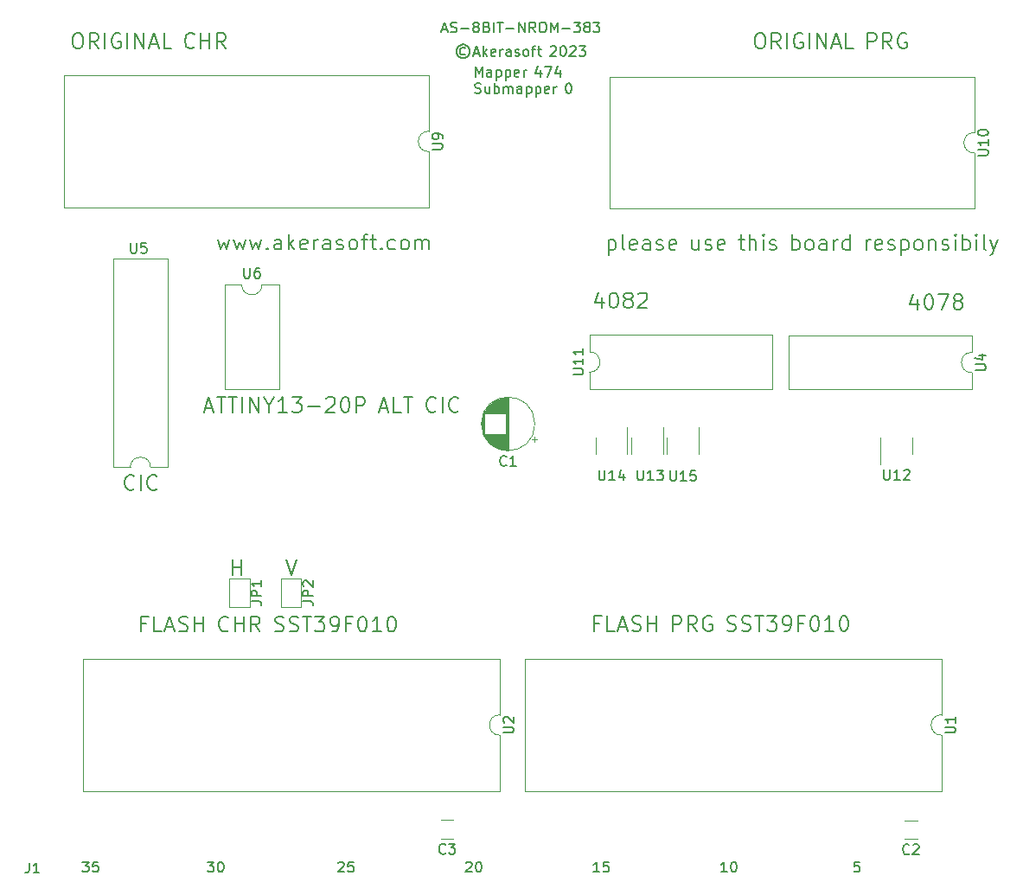
<source format=gbr>
%TF.GenerationSoftware,KiCad,Pcbnew,(7.0.0)*%
%TF.CreationDate,2023-06-26T18:42:24-07:00*%
%TF.ProjectId,AS-NES-Mapper474,41532d4e-4553-42d4-9d61-707065723437,rev?*%
%TF.SameCoordinates,Original*%
%TF.FileFunction,Legend,Top*%
%TF.FilePolarity,Positive*%
%FSLAX46Y46*%
G04 Gerber Fmt 4.6, Leading zero omitted, Abs format (unit mm)*
G04 Created by KiCad (PCBNEW (7.0.0)) date 2023-06-26 18:42:24*
%MOMM*%
%LPD*%
G01*
G04 APERTURE LIST*
%ADD10C,0.200000*%
%ADD11C,0.150000*%
%ADD12C,0.120000*%
G04 APERTURE END LIST*
D10*
X59892857Y-49773571D02*
X60178571Y-49773571D01*
X60178571Y-49773571D02*
X60321428Y-49845000D01*
X60321428Y-49845000D02*
X60464285Y-49987857D01*
X60464285Y-49987857D02*
X60535714Y-50273571D01*
X60535714Y-50273571D02*
X60535714Y-50773571D01*
X60535714Y-50773571D02*
X60464285Y-51059285D01*
X60464285Y-51059285D02*
X60321428Y-51202142D01*
X60321428Y-51202142D02*
X60178571Y-51273571D01*
X60178571Y-51273571D02*
X59892857Y-51273571D01*
X59892857Y-51273571D02*
X59750000Y-51202142D01*
X59750000Y-51202142D02*
X59607142Y-51059285D01*
X59607142Y-51059285D02*
X59535714Y-50773571D01*
X59535714Y-50773571D02*
X59535714Y-50273571D01*
X59535714Y-50273571D02*
X59607142Y-49987857D01*
X59607142Y-49987857D02*
X59750000Y-49845000D01*
X59750000Y-49845000D02*
X59892857Y-49773571D01*
X62035714Y-51273571D02*
X61535714Y-50559285D01*
X61178571Y-51273571D02*
X61178571Y-49773571D01*
X61178571Y-49773571D02*
X61750000Y-49773571D01*
X61750000Y-49773571D02*
X61892857Y-49845000D01*
X61892857Y-49845000D02*
X61964286Y-49916428D01*
X61964286Y-49916428D02*
X62035714Y-50059285D01*
X62035714Y-50059285D02*
X62035714Y-50273571D01*
X62035714Y-50273571D02*
X61964286Y-50416428D01*
X61964286Y-50416428D02*
X61892857Y-50487857D01*
X61892857Y-50487857D02*
X61750000Y-50559285D01*
X61750000Y-50559285D02*
X61178571Y-50559285D01*
X62678571Y-51273571D02*
X62678571Y-49773571D01*
X64178572Y-49845000D02*
X64035715Y-49773571D01*
X64035715Y-49773571D02*
X63821429Y-49773571D01*
X63821429Y-49773571D02*
X63607143Y-49845000D01*
X63607143Y-49845000D02*
X63464286Y-49987857D01*
X63464286Y-49987857D02*
X63392857Y-50130714D01*
X63392857Y-50130714D02*
X63321429Y-50416428D01*
X63321429Y-50416428D02*
X63321429Y-50630714D01*
X63321429Y-50630714D02*
X63392857Y-50916428D01*
X63392857Y-50916428D02*
X63464286Y-51059285D01*
X63464286Y-51059285D02*
X63607143Y-51202142D01*
X63607143Y-51202142D02*
X63821429Y-51273571D01*
X63821429Y-51273571D02*
X63964286Y-51273571D01*
X63964286Y-51273571D02*
X64178572Y-51202142D01*
X64178572Y-51202142D02*
X64250000Y-51130714D01*
X64250000Y-51130714D02*
X64250000Y-50630714D01*
X64250000Y-50630714D02*
X63964286Y-50630714D01*
X64892857Y-51273571D02*
X64892857Y-49773571D01*
X65607143Y-51273571D02*
X65607143Y-49773571D01*
X65607143Y-49773571D02*
X66464286Y-51273571D01*
X66464286Y-51273571D02*
X66464286Y-49773571D01*
X67107144Y-50845000D02*
X67821430Y-50845000D01*
X66964287Y-51273571D02*
X67464287Y-49773571D01*
X67464287Y-49773571D02*
X67964287Y-51273571D01*
X69178572Y-51273571D02*
X68464286Y-51273571D01*
X68464286Y-51273571D02*
X68464286Y-49773571D01*
X71435715Y-51130714D02*
X71364287Y-51202142D01*
X71364287Y-51202142D02*
X71150001Y-51273571D01*
X71150001Y-51273571D02*
X71007144Y-51273571D01*
X71007144Y-51273571D02*
X70792858Y-51202142D01*
X70792858Y-51202142D02*
X70650001Y-51059285D01*
X70650001Y-51059285D02*
X70578572Y-50916428D01*
X70578572Y-50916428D02*
X70507144Y-50630714D01*
X70507144Y-50630714D02*
X70507144Y-50416428D01*
X70507144Y-50416428D02*
X70578572Y-50130714D01*
X70578572Y-50130714D02*
X70650001Y-49987857D01*
X70650001Y-49987857D02*
X70792858Y-49845000D01*
X70792858Y-49845000D02*
X71007144Y-49773571D01*
X71007144Y-49773571D02*
X71150001Y-49773571D01*
X71150001Y-49773571D02*
X71364287Y-49845000D01*
X71364287Y-49845000D02*
X71435715Y-49916428D01*
X72078572Y-51273571D02*
X72078572Y-49773571D01*
X72078572Y-50487857D02*
X72935715Y-50487857D01*
X72935715Y-51273571D02*
X72935715Y-49773571D01*
X74507144Y-51273571D02*
X74007144Y-50559285D01*
X73650001Y-51273571D02*
X73650001Y-49773571D01*
X73650001Y-49773571D02*
X74221430Y-49773571D01*
X74221430Y-49773571D02*
X74364287Y-49845000D01*
X74364287Y-49845000D02*
X74435716Y-49916428D01*
X74435716Y-49916428D02*
X74507144Y-50059285D01*
X74507144Y-50059285D02*
X74507144Y-50273571D01*
X74507144Y-50273571D02*
X74435716Y-50416428D01*
X74435716Y-50416428D02*
X74364287Y-50487857D01*
X74364287Y-50487857D02*
X74221430Y-50559285D01*
X74221430Y-50559285D02*
X73650001Y-50559285D01*
D11*
X97942093Y-51268276D02*
X97846854Y-51220657D01*
X97846854Y-51220657D02*
X97656378Y-51220657D01*
X97656378Y-51220657D02*
X97561140Y-51268276D01*
X97561140Y-51268276D02*
X97465902Y-51363514D01*
X97465902Y-51363514D02*
X97418283Y-51458752D01*
X97418283Y-51458752D02*
X97418283Y-51649228D01*
X97418283Y-51649228D02*
X97465902Y-51744466D01*
X97465902Y-51744466D02*
X97561140Y-51839704D01*
X97561140Y-51839704D02*
X97656378Y-51887323D01*
X97656378Y-51887323D02*
X97846854Y-51887323D01*
X97846854Y-51887323D02*
X97942093Y-51839704D01*
X97751616Y-50887323D02*
X97513521Y-50934942D01*
X97513521Y-50934942D02*
X97275426Y-51077800D01*
X97275426Y-51077800D02*
X97132569Y-51315895D01*
X97132569Y-51315895D02*
X97084950Y-51553990D01*
X97084950Y-51553990D02*
X97132569Y-51792085D01*
X97132569Y-51792085D02*
X97275426Y-52030180D01*
X97275426Y-52030180D02*
X97513521Y-52173038D01*
X97513521Y-52173038D02*
X97751616Y-52220657D01*
X97751616Y-52220657D02*
X97989712Y-52173038D01*
X97989712Y-52173038D02*
X98227807Y-52030180D01*
X98227807Y-52030180D02*
X98370664Y-51792085D01*
X98370664Y-51792085D02*
X98418283Y-51553990D01*
X98418283Y-51553990D02*
X98370664Y-51315895D01*
X98370664Y-51315895D02*
X98227807Y-51077800D01*
X98227807Y-51077800D02*
X97989712Y-50934942D01*
X97989712Y-50934942D02*
X97751616Y-50887323D01*
X98799236Y-51744466D02*
X99275426Y-51744466D01*
X98703998Y-52030180D02*
X99037331Y-51030180D01*
X99037331Y-51030180D02*
X99370664Y-52030180D01*
X99703998Y-52030180D02*
X99703998Y-51030180D01*
X99799236Y-51649228D02*
X100084950Y-52030180D01*
X100084950Y-51363514D02*
X99703998Y-51744466D01*
X100894474Y-51982561D02*
X100799236Y-52030180D01*
X100799236Y-52030180D02*
X100608760Y-52030180D01*
X100608760Y-52030180D02*
X100513522Y-51982561D01*
X100513522Y-51982561D02*
X100465903Y-51887323D01*
X100465903Y-51887323D02*
X100465903Y-51506371D01*
X100465903Y-51506371D02*
X100513522Y-51411133D01*
X100513522Y-51411133D02*
X100608760Y-51363514D01*
X100608760Y-51363514D02*
X100799236Y-51363514D01*
X100799236Y-51363514D02*
X100894474Y-51411133D01*
X100894474Y-51411133D02*
X100942093Y-51506371D01*
X100942093Y-51506371D02*
X100942093Y-51601609D01*
X100942093Y-51601609D02*
X100465903Y-51696847D01*
X101370665Y-52030180D02*
X101370665Y-51363514D01*
X101370665Y-51553990D02*
X101418284Y-51458752D01*
X101418284Y-51458752D02*
X101465903Y-51411133D01*
X101465903Y-51411133D02*
X101561141Y-51363514D01*
X101561141Y-51363514D02*
X101656379Y-51363514D01*
X102418284Y-52030180D02*
X102418284Y-51506371D01*
X102418284Y-51506371D02*
X102370665Y-51411133D01*
X102370665Y-51411133D02*
X102275427Y-51363514D01*
X102275427Y-51363514D02*
X102084951Y-51363514D01*
X102084951Y-51363514D02*
X101989713Y-51411133D01*
X102418284Y-51982561D02*
X102323046Y-52030180D01*
X102323046Y-52030180D02*
X102084951Y-52030180D01*
X102084951Y-52030180D02*
X101989713Y-51982561D01*
X101989713Y-51982561D02*
X101942094Y-51887323D01*
X101942094Y-51887323D02*
X101942094Y-51792085D01*
X101942094Y-51792085D02*
X101989713Y-51696847D01*
X101989713Y-51696847D02*
X102084951Y-51649228D01*
X102084951Y-51649228D02*
X102323046Y-51649228D01*
X102323046Y-51649228D02*
X102418284Y-51601609D01*
X102846856Y-51982561D02*
X102942094Y-52030180D01*
X102942094Y-52030180D02*
X103132570Y-52030180D01*
X103132570Y-52030180D02*
X103227808Y-51982561D01*
X103227808Y-51982561D02*
X103275427Y-51887323D01*
X103275427Y-51887323D02*
X103275427Y-51839704D01*
X103275427Y-51839704D02*
X103227808Y-51744466D01*
X103227808Y-51744466D02*
X103132570Y-51696847D01*
X103132570Y-51696847D02*
X102989713Y-51696847D01*
X102989713Y-51696847D02*
X102894475Y-51649228D01*
X102894475Y-51649228D02*
X102846856Y-51553990D01*
X102846856Y-51553990D02*
X102846856Y-51506371D01*
X102846856Y-51506371D02*
X102894475Y-51411133D01*
X102894475Y-51411133D02*
X102989713Y-51363514D01*
X102989713Y-51363514D02*
X103132570Y-51363514D01*
X103132570Y-51363514D02*
X103227808Y-51411133D01*
X103846856Y-52030180D02*
X103751618Y-51982561D01*
X103751618Y-51982561D02*
X103703999Y-51934942D01*
X103703999Y-51934942D02*
X103656380Y-51839704D01*
X103656380Y-51839704D02*
X103656380Y-51553990D01*
X103656380Y-51553990D02*
X103703999Y-51458752D01*
X103703999Y-51458752D02*
X103751618Y-51411133D01*
X103751618Y-51411133D02*
X103846856Y-51363514D01*
X103846856Y-51363514D02*
X103989713Y-51363514D01*
X103989713Y-51363514D02*
X104084951Y-51411133D01*
X104084951Y-51411133D02*
X104132570Y-51458752D01*
X104132570Y-51458752D02*
X104180189Y-51553990D01*
X104180189Y-51553990D02*
X104180189Y-51839704D01*
X104180189Y-51839704D02*
X104132570Y-51934942D01*
X104132570Y-51934942D02*
X104084951Y-51982561D01*
X104084951Y-51982561D02*
X103989713Y-52030180D01*
X103989713Y-52030180D02*
X103846856Y-52030180D01*
X104465904Y-51363514D02*
X104846856Y-51363514D01*
X104608761Y-52030180D02*
X104608761Y-51173038D01*
X104608761Y-51173038D02*
X104656380Y-51077800D01*
X104656380Y-51077800D02*
X104751618Y-51030180D01*
X104751618Y-51030180D02*
X104846856Y-51030180D01*
X105037333Y-51363514D02*
X105418285Y-51363514D01*
X105180190Y-51030180D02*
X105180190Y-51887323D01*
X105180190Y-51887323D02*
X105227809Y-51982561D01*
X105227809Y-51982561D02*
X105323047Y-52030180D01*
X105323047Y-52030180D02*
X105418285Y-52030180D01*
X106304000Y-51125419D02*
X106351619Y-51077800D01*
X106351619Y-51077800D02*
X106446857Y-51030180D01*
X106446857Y-51030180D02*
X106684952Y-51030180D01*
X106684952Y-51030180D02*
X106780190Y-51077800D01*
X106780190Y-51077800D02*
X106827809Y-51125419D01*
X106827809Y-51125419D02*
X106875428Y-51220657D01*
X106875428Y-51220657D02*
X106875428Y-51315895D01*
X106875428Y-51315895D02*
X106827809Y-51458752D01*
X106827809Y-51458752D02*
X106256381Y-52030180D01*
X106256381Y-52030180D02*
X106875428Y-52030180D01*
X107494476Y-51030180D02*
X107589714Y-51030180D01*
X107589714Y-51030180D02*
X107684952Y-51077800D01*
X107684952Y-51077800D02*
X107732571Y-51125419D01*
X107732571Y-51125419D02*
X107780190Y-51220657D01*
X107780190Y-51220657D02*
X107827809Y-51411133D01*
X107827809Y-51411133D02*
X107827809Y-51649228D01*
X107827809Y-51649228D02*
X107780190Y-51839704D01*
X107780190Y-51839704D02*
X107732571Y-51934942D01*
X107732571Y-51934942D02*
X107684952Y-51982561D01*
X107684952Y-51982561D02*
X107589714Y-52030180D01*
X107589714Y-52030180D02*
X107494476Y-52030180D01*
X107494476Y-52030180D02*
X107399238Y-51982561D01*
X107399238Y-51982561D02*
X107351619Y-51934942D01*
X107351619Y-51934942D02*
X107304000Y-51839704D01*
X107304000Y-51839704D02*
X107256381Y-51649228D01*
X107256381Y-51649228D02*
X107256381Y-51411133D01*
X107256381Y-51411133D02*
X107304000Y-51220657D01*
X107304000Y-51220657D02*
X107351619Y-51125419D01*
X107351619Y-51125419D02*
X107399238Y-51077800D01*
X107399238Y-51077800D02*
X107494476Y-51030180D01*
X108208762Y-51125419D02*
X108256381Y-51077800D01*
X108256381Y-51077800D02*
X108351619Y-51030180D01*
X108351619Y-51030180D02*
X108589714Y-51030180D01*
X108589714Y-51030180D02*
X108684952Y-51077800D01*
X108684952Y-51077800D02*
X108732571Y-51125419D01*
X108732571Y-51125419D02*
X108780190Y-51220657D01*
X108780190Y-51220657D02*
X108780190Y-51315895D01*
X108780190Y-51315895D02*
X108732571Y-51458752D01*
X108732571Y-51458752D02*
X108161143Y-52030180D01*
X108161143Y-52030180D02*
X108780190Y-52030180D01*
X109113524Y-51030180D02*
X109732571Y-51030180D01*
X109732571Y-51030180D02*
X109399238Y-51411133D01*
X109399238Y-51411133D02*
X109542095Y-51411133D01*
X109542095Y-51411133D02*
X109637333Y-51458752D01*
X109637333Y-51458752D02*
X109684952Y-51506371D01*
X109684952Y-51506371D02*
X109732571Y-51601609D01*
X109732571Y-51601609D02*
X109732571Y-51839704D01*
X109732571Y-51839704D02*
X109684952Y-51934942D01*
X109684952Y-51934942D02*
X109637333Y-51982561D01*
X109637333Y-51982561D02*
X109542095Y-52030180D01*
X109542095Y-52030180D02*
X109256381Y-52030180D01*
X109256381Y-52030180D02*
X109161143Y-51982561D01*
X109161143Y-51982561D02*
X109113524Y-51934942D01*
D10*
X65554285Y-94390714D02*
X65482857Y-94462142D01*
X65482857Y-94462142D02*
X65268571Y-94533571D01*
X65268571Y-94533571D02*
X65125714Y-94533571D01*
X65125714Y-94533571D02*
X64911428Y-94462142D01*
X64911428Y-94462142D02*
X64768571Y-94319285D01*
X64768571Y-94319285D02*
X64697142Y-94176428D01*
X64697142Y-94176428D02*
X64625714Y-93890714D01*
X64625714Y-93890714D02*
X64625714Y-93676428D01*
X64625714Y-93676428D02*
X64697142Y-93390714D01*
X64697142Y-93390714D02*
X64768571Y-93247857D01*
X64768571Y-93247857D02*
X64911428Y-93105000D01*
X64911428Y-93105000D02*
X65125714Y-93033571D01*
X65125714Y-93033571D02*
X65268571Y-93033571D01*
X65268571Y-93033571D02*
X65482857Y-93105000D01*
X65482857Y-93105000D02*
X65554285Y-93176428D01*
X66197142Y-94533571D02*
X66197142Y-93033571D01*
X67768571Y-94390714D02*
X67697143Y-94462142D01*
X67697143Y-94462142D02*
X67482857Y-94533571D01*
X67482857Y-94533571D02*
X67340000Y-94533571D01*
X67340000Y-94533571D02*
X67125714Y-94462142D01*
X67125714Y-94462142D02*
X66982857Y-94319285D01*
X66982857Y-94319285D02*
X66911428Y-94176428D01*
X66911428Y-94176428D02*
X66840000Y-93890714D01*
X66840000Y-93890714D02*
X66840000Y-93676428D01*
X66840000Y-93676428D02*
X66911428Y-93390714D01*
X66911428Y-93390714D02*
X66982857Y-93247857D01*
X66982857Y-93247857D02*
X67125714Y-93105000D01*
X67125714Y-93105000D02*
X67340000Y-93033571D01*
X67340000Y-93033571D02*
X67482857Y-93033571D01*
X67482857Y-93033571D02*
X67697143Y-93105000D01*
X67697143Y-93105000D02*
X67768571Y-93176428D01*
X126682857Y-49783571D02*
X126968571Y-49783571D01*
X126968571Y-49783571D02*
X127111428Y-49855000D01*
X127111428Y-49855000D02*
X127254285Y-49997857D01*
X127254285Y-49997857D02*
X127325714Y-50283571D01*
X127325714Y-50283571D02*
X127325714Y-50783571D01*
X127325714Y-50783571D02*
X127254285Y-51069285D01*
X127254285Y-51069285D02*
X127111428Y-51212142D01*
X127111428Y-51212142D02*
X126968571Y-51283571D01*
X126968571Y-51283571D02*
X126682857Y-51283571D01*
X126682857Y-51283571D02*
X126540000Y-51212142D01*
X126540000Y-51212142D02*
X126397142Y-51069285D01*
X126397142Y-51069285D02*
X126325714Y-50783571D01*
X126325714Y-50783571D02*
X126325714Y-50283571D01*
X126325714Y-50283571D02*
X126397142Y-49997857D01*
X126397142Y-49997857D02*
X126540000Y-49855000D01*
X126540000Y-49855000D02*
X126682857Y-49783571D01*
X128825714Y-51283571D02*
X128325714Y-50569285D01*
X127968571Y-51283571D02*
X127968571Y-49783571D01*
X127968571Y-49783571D02*
X128540000Y-49783571D01*
X128540000Y-49783571D02*
X128682857Y-49855000D01*
X128682857Y-49855000D02*
X128754286Y-49926428D01*
X128754286Y-49926428D02*
X128825714Y-50069285D01*
X128825714Y-50069285D02*
X128825714Y-50283571D01*
X128825714Y-50283571D02*
X128754286Y-50426428D01*
X128754286Y-50426428D02*
X128682857Y-50497857D01*
X128682857Y-50497857D02*
X128540000Y-50569285D01*
X128540000Y-50569285D02*
X127968571Y-50569285D01*
X129468571Y-51283571D02*
X129468571Y-49783571D01*
X130968572Y-49855000D02*
X130825715Y-49783571D01*
X130825715Y-49783571D02*
X130611429Y-49783571D01*
X130611429Y-49783571D02*
X130397143Y-49855000D01*
X130397143Y-49855000D02*
X130254286Y-49997857D01*
X130254286Y-49997857D02*
X130182857Y-50140714D01*
X130182857Y-50140714D02*
X130111429Y-50426428D01*
X130111429Y-50426428D02*
X130111429Y-50640714D01*
X130111429Y-50640714D02*
X130182857Y-50926428D01*
X130182857Y-50926428D02*
X130254286Y-51069285D01*
X130254286Y-51069285D02*
X130397143Y-51212142D01*
X130397143Y-51212142D02*
X130611429Y-51283571D01*
X130611429Y-51283571D02*
X130754286Y-51283571D01*
X130754286Y-51283571D02*
X130968572Y-51212142D01*
X130968572Y-51212142D02*
X131040000Y-51140714D01*
X131040000Y-51140714D02*
X131040000Y-50640714D01*
X131040000Y-50640714D02*
X130754286Y-50640714D01*
X131682857Y-51283571D02*
X131682857Y-49783571D01*
X132397143Y-51283571D02*
X132397143Y-49783571D01*
X132397143Y-49783571D02*
X133254286Y-51283571D01*
X133254286Y-51283571D02*
X133254286Y-49783571D01*
X133897144Y-50855000D02*
X134611430Y-50855000D01*
X133754287Y-51283571D02*
X134254287Y-49783571D01*
X134254287Y-49783571D02*
X134754287Y-51283571D01*
X135968572Y-51283571D02*
X135254286Y-51283571D01*
X135254286Y-51283571D02*
X135254286Y-49783571D01*
X137368572Y-51283571D02*
X137368572Y-49783571D01*
X137368572Y-49783571D02*
X137940001Y-49783571D01*
X137940001Y-49783571D02*
X138082858Y-49855000D01*
X138082858Y-49855000D02*
X138154287Y-49926428D01*
X138154287Y-49926428D02*
X138225715Y-50069285D01*
X138225715Y-50069285D02*
X138225715Y-50283571D01*
X138225715Y-50283571D02*
X138154287Y-50426428D01*
X138154287Y-50426428D02*
X138082858Y-50497857D01*
X138082858Y-50497857D02*
X137940001Y-50569285D01*
X137940001Y-50569285D02*
X137368572Y-50569285D01*
X139725715Y-51283571D02*
X139225715Y-50569285D01*
X138868572Y-51283571D02*
X138868572Y-49783571D01*
X138868572Y-49783571D02*
X139440001Y-49783571D01*
X139440001Y-49783571D02*
X139582858Y-49855000D01*
X139582858Y-49855000D02*
X139654287Y-49926428D01*
X139654287Y-49926428D02*
X139725715Y-50069285D01*
X139725715Y-50069285D02*
X139725715Y-50283571D01*
X139725715Y-50283571D02*
X139654287Y-50426428D01*
X139654287Y-50426428D02*
X139582858Y-50497857D01*
X139582858Y-50497857D02*
X139440001Y-50569285D01*
X139440001Y-50569285D02*
X138868572Y-50569285D01*
X141154287Y-49855000D02*
X141011430Y-49783571D01*
X141011430Y-49783571D02*
X140797144Y-49783571D01*
X140797144Y-49783571D02*
X140582858Y-49855000D01*
X140582858Y-49855000D02*
X140440001Y-49997857D01*
X140440001Y-49997857D02*
X140368572Y-50140714D01*
X140368572Y-50140714D02*
X140297144Y-50426428D01*
X140297144Y-50426428D02*
X140297144Y-50640714D01*
X140297144Y-50640714D02*
X140368572Y-50926428D01*
X140368572Y-50926428D02*
X140440001Y-51069285D01*
X140440001Y-51069285D02*
X140582858Y-51212142D01*
X140582858Y-51212142D02*
X140797144Y-51283571D01*
X140797144Y-51283571D02*
X140940001Y-51283571D01*
X140940001Y-51283571D02*
X141154287Y-51212142D01*
X141154287Y-51212142D02*
X141225715Y-51140714D01*
X141225715Y-51140714D02*
X141225715Y-50640714D01*
X141225715Y-50640714D02*
X140940001Y-50640714D01*
X111987142Y-70013571D02*
X111987142Y-71513571D01*
X111987142Y-70085000D02*
X112130000Y-70013571D01*
X112130000Y-70013571D02*
X112415714Y-70013571D01*
X112415714Y-70013571D02*
X112558571Y-70085000D01*
X112558571Y-70085000D02*
X112630000Y-70156428D01*
X112630000Y-70156428D02*
X112701428Y-70299285D01*
X112701428Y-70299285D02*
X112701428Y-70727857D01*
X112701428Y-70727857D02*
X112630000Y-70870714D01*
X112630000Y-70870714D02*
X112558571Y-70942142D01*
X112558571Y-70942142D02*
X112415714Y-71013571D01*
X112415714Y-71013571D02*
X112130000Y-71013571D01*
X112130000Y-71013571D02*
X111987142Y-70942142D01*
X113558571Y-71013571D02*
X113415714Y-70942142D01*
X113415714Y-70942142D02*
X113344285Y-70799285D01*
X113344285Y-70799285D02*
X113344285Y-69513571D01*
X114701428Y-70942142D02*
X114558571Y-71013571D01*
X114558571Y-71013571D02*
X114272857Y-71013571D01*
X114272857Y-71013571D02*
X114129999Y-70942142D01*
X114129999Y-70942142D02*
X114058571Y-70799285D01*
X114058571Y-70799285D02*
X114058571Y-70227857D01*
X114058571Y-70227857D02*
X114129999Y-70085000D01*
X114129999Y-70085000D02*
X114272857Y-70013571D01*
X114272857Y-70013571D02*
X114558571Y-70013571D01*
X114558571Y-70013571D02*
X114701428Y-70085000D01*
X114701428Y-70085000D02*
X114772857Y-70227857D01*
X114772857Y-70227857D02*
X114772857Y-70370714D01*
X114772857Y-70370714D02*
X114058571Y-70513571D01*
X116058571Y-71013571D02*
X116058571Y-70227857D01*
X116058571Y-70227857D02*
X115987142Y-70085000D01*
X115987142Y-70085000D02*
X115844285Y-70013571D01*
X115844285Y-70013571D02*
X115558571Y-70013571D01*
X115558571Y-70013571D02*
X115415713Y-70085000D01*
X116058571Y-70942142D02*
X115915713Y-71013571D01*
X115915713Y-71013571D02*
X115558571Y-71013571D01*
X115558571Y-71013571D02*
X115415713Y-70942142D01*
X115415713Y-70942142D02*
X115344285Y-70799285D01*
X115344285Y-70799285D02*
X115344285Y-70656428D01*
X115344285Y-70656428D02*
X115415713Y-70513571D01*
X115415713Y-70513571D02*
X115558571Y-70442142D01*
X115558571Y-70442142D02*
X115915713Y-70442142D01*
X115915713Y-70442142D02*
X116058571Y-70370714D01*
X116701428Y-70942142D02*
X116844285Y-71013571D01*
X116844285Y-71013571D02*
X117129999Y-71013571D01*
X117129999Y-71013571D02*
X117272856Y-70942142D01*
X117272856Y-70942142D02*
X117344285Y-70799285D01*
X117344285Y-70799285D02*
X117344285Y-70727857D01*
X117344285Y-70727857D02*
X117272856Y-70585000D01*
X117272856Y-70585000D02*
X117129999Y-70513571D01*
X117129999Y-70513571D02*
X116915714Y-70513571D01*
X116915714Y-70513571D02*
X116772856Y-70442142D01*
X116772856Y-70442142D02*
X116701428Y-70299285D01*
X116701428Y-70299285D02*
X116701428Y-70227857D01*
X116701428Y-70227857D02*
X116772856Y-70085000D01*
X116772856Y-70085000D02*
X116915714Y-70013571D01*
X116915714Y-70013571D02*
X117129999Y-70013571D01*
X117129999Y-70013571D02*
X117272856Y-70085000D01*
X118558571Y-70942142D02*
X118415714Y-71013571D01*
X118415714Y-71013571D02*
X118130000Y-71013571D01*
X118130000Y-71013571D02*
X117987142Y-70942142D01*
X117987142Y-70942142D02*
X117915714Y-70799285D01*
X117915714Y-70799285D02*
X117915714Y-70227857D01*
X117915714Y-70227857D02*
X117987142Y-70085000D01*
X117987142Y-70085000D02*
X118130000Y-70013571D01*
X118130000Y-70013571D02*
X118415714Y-70013571D01*
X118415714Y-70013571D02*
X118558571Y-70085000D01*
X118558571Y-70085000D02*
X118630000Y-70227857D01*
X118630000Y-70227857D02*
X118630000Y-70370714D01*
X118630000Y-70370714D02*
X117915714Y-70513571D01*
X120815714Y-70013571D02*
X120815714Y-71013571D01*
X120172856Y-70013571D02*
X120172856Y-70799285D01*
X120172856Y-70799285D02*
X120244285Y-70942142D01*
X120244285Y-70942142D02*
X120387142Y-71013571D01*
X120387142Y-71013571D02*
X120601428Y-71013571D01*
X120601428Y-71013571D02*
X120744285Y-70942142D01*
X120744285Y-70942142D02*
X120815714Y-70870714D01*
X121458571Y-70942142D02*
X121601428Y-71013571D01*
X121601428Y-71013571D02*
X121887142Y-71013571D01*
X121887142Y-71013571D02*
X122029999Y-70942142D01*
X122029999Y-70942142D02*
X122101428Y-70799285D01*
X122101428Y-70799285D02*
X122101428Y-70727857D01*
X122101428Y-70727857D02*
X122029999Y-70585000D01*
X122029999Y-70585000D02*
X121887142Y-70513571D01*
X121887142Y-70513571D02*
X121672857Y-70513571D01*
X121672857Y-70513571D02*
X121529999Y-70442142D01*
X121529999Y-70442142D02*
X121458571Y-70299285D01*
X121458571Y-70299285D02*
X121458571Y-70227857D01*
X121458571Y-70227857D02*
X121529999Y-70085000D01*
X121529999Y-70085000D02*
X121672857Y-70013571D01*
X121672857Y-70013571D02*
X121887142Y-70013571D01*
X121887142Y-70013571D02*
X122029999Y-70085000D01*
X123315714Y-70942142D02*
X123172857Y-71013571D01*
X123172857Y-71013571D02*
X122887143Y-71013571D01*
X122887143Y-71013571D02*
X122744285Y-70942142D01*
X122744285Y-70942142D02*
X122672857Y-70799285D01*
X122672857Y-70799285D02*
X122672857Y-70227857D01*
X122672857Y-70227857D02*
X122744285Y-70085000D01*
X122744285Y-70085000D02*
X122887143Y-70013571D01*
X122887143Y-70013571D02*
X123172857Y-70013571D01*
X123172857Y-70013571D02*
X123315714Y-70085000D01*
X123315714Y-70085000D02*
X123387143Y-70227857D01*
X123387143Y-70227857D02*
X123387143Y-70370714D01*
X123387143Y-70370714D02*
X122672857Y-70513571D01*
X124715714Y-70013571D02*
X125287142Y-70013571D01*
X124929999Y-69513571D02*
X124929999Y-70799285D01*
X124929999Y-70799285D02*
X125001428Y-70942142D01*
X125001428Y-70942142D02*
X125144285Y-71013571D01*
X125144285Y-71013571D02*
X125287142Y-71013571D01*
X125787142Y-71013571D02*
X125787142Y-69513571D01*
X126430000Y-71013571D02*
X126430000Y-70227857D01*
X126430000Y-70227857D02*
X126358571Y-70085000D01*
X126358571Y-70085000D02*
X126215714Y-70013571D01*
X126215714Y-70013571D02*
X126001428Y-70013571D01*
X126001428Y-70013571D02*
X125858571Y-70085000D01*
X125858571Y-70085000D02*
X125787142Y-70156428D01*
X127144285Y-71013571D02*
X127144285Y-70013571D01*
X127144285Y-69513571D02*
X127072857Y-69585000D01*
X127072857Y-69585000D02*
X127144285Y-69656428D01*
X127144285Y-69656428D02*
X127215714Y-69585000D01*
X127215714Y-69585000D02*
X127144285Y-69513571D01*
X127144285Y-69513571D02*
X127144285Y-69656428D01*
X127787143Y-70942142D02*
X127930000Y-71013571D01*
X127930000Y-71013571D02*
X128215714Y-71013571D01*
X128215714Y-71013571D02*
X128358571Y-70942142D01*
X128358571Y-70942142D02*
X128430000Y-70799285D01*
X128430000Y-70799285D02*
X128430000Y-70727857D01*
X128430000Y-70727857D02*
X128358571Y-70585000D01*
X128358571Y-70585000D02*
X128215714Y-70513571D01*
X128215714Y-70513571D02*
X128001429Y-70513571D01*
X128001429Y-70513571D02*
X127858571Y-70442142D01*
X127858571Y-70442142D02*
X127787143Y-70299285D01*
X127787143Y-70299285D02*
X127787143Y-70227857D01*
X127787143Y-70227857D02*
X127858571Y-70085000D01*
X127858571Y-70085000D02*
X128001429Y-70013571D01*
X128001429Y-70013571D02*
X128215714Y-70013571D01*
X128215714Y-70013571D02*
X128358571Y-70085000D01*
X129972857Y-71013571D02*
X129972857Y-69513571D01*
X129972857Y-70085000D02*
X130115715Y-70013571D01*
X130115715Y-70013571D02*
X130401429Y-70013571D01*
X130401429Y-70013571D02*
X130544286Y-70085000D01*
X130544286Y-70085000D02*
X130615715Y-70156428D01*
X130615715Y-70156428D02*
X130687143Y-70299285D01*
X130687143Y-70299285D02*
X130687143Y-70727857D01*
X130687143Y-70727857D02*
X130615715Y-70870714D01*
X130615715Y-70870714D02*
X130544286Y-70942142D01*
X130544286Y-70942142D02*
X130401429Y-71013571D01*
X130401429Y-71013571D02*
X130115715Y-71013571D01*
X130115715Y-71013571D02*
X129972857Y-70942142D01*
X131544286Y-71013571D02*
X131401429Y-70942142D01*
X131401429Y-70942142D02*
X131330000Y-70870714D01*
X131330000Y-70870714D02*
X131258572Y-70727857D01*
X131258572Y-70727857D02*
X131258572Y-70299285D01*
X131258572Y-70299285D02*
X131330000Y-70156428D01*
X131330000Y-70156428D02*
X131401429Y-70085000D01*
X131401429Y-70085000D02*
X131544286Y-70013571D01*
X131544286Y-70013571D02*
X131758572Y-70013571D01*
X131758572Y-70013571D02*
X131901429Y-70085000D01*
X131901429Y-70085000D02*
X131972858Y-70156428D01*
X131972858Y-70156428D02*
X132044286Y-70299285D01*
X132044286Y-70299285D02*
X132044286Y-70727857D01*
X132044286Y-70727857D02*
X131972858Y-70870714D01*
X131972858Y-70870714D02*
X131901429Y-70942142D01*
X131901429Y-70942142D02*
X131758572Y-71013571D01*
X131758572Y-71013571D02*
X131544286Y-71013571D01*
X133330001Y-71013571D02*
X133330001Y-70227857D01*
X133330001Y-70227857D02*
X133258572Y-70085000D01*
X133258572Y-70085000D02*
X133115715Y-70013571D01*
X133115715Y-70013571D02*
X132830001Y-70013571D01*
X132830001Y-70013571D02*
X132687143Y-70085000D01*
X133330001Y-70942142D02*
X133187143Y-71013571D01*
X133187143Y-71013571D02*
X132830001Y-71013571D01*
X132830001Y-71013571D02*
X132687143Y-70942142D01*
X132687143Y-70942142D02*
X132615715Y-70799285D01*
X132615715Y-70799285D02*
X132615715Y-70656428D01*
X132615715Y-70656428D02*
X132687143Y-70513571D01*
X132687143Y-70513571D02*
X132830001Y-70442142D01*
X132830001Y-70442142D02*
X133187143Y-70442142D01*
X133187143Y-70442142D02*
X133330001Y-70370714D01*
X134044286Y-71013571D02*
X134044286Y-70013571D01*
X134044286Y-70299285D02*
X134115715Y-70156428D01*
X134115715Y-70156428D02*
X134187144Y-70085000D01*
X134187144Y-70085000D02*
X134330001Y-70013571D01*
X134330001Y-70013571D02*
X134472858Y-70013571D01*
X135615715Y-71013571D02*
X135615715Y-69513571D01*
X135615715Y-70942142D02*
X135472857Y-71013571D01*
X135472857Y-71013571D02*
X135187143Y-71013571D01*
X135187143Y-71013571D02*
X135044286Y-70942142D01*
X135044286Y-70942142D02*
X134972857Y-70870714D01*
X134972857Y-70870714D02*
X134901429Y-70727857D01*
X134901429Y-70727857D02*
X134901429Y-70299285D01*
X134901429Y-70299285D02*
X134972857Y-70156428D01*
X134972857Y-70156428D02*
X135044286Y-70085000D01*
X135044286Y-70085000D02*
X135187143Y-70013571D01*
X135187143Y-70013571D02*
X135472857Y-70013571D01*
X135472857Y-70013571D02*
X135615715Y-70085000D01*
X137230000Y-71013571D02*
X137230000Y-70013571D01*
X137230000Y-70299285D02*
X137301429Y-70156428D01*
X137301429Y-70156428D02*
X137372858Y-70085000D01*
X137372858Y-70085000D02*
X137515715Y-70013571D01*
X137515715Y-70013571D02*
X137658572Y-70013571D01*
X138730000Y-70942142D02*
X138587143Y-71013571D01*
X138587143Y-71013571D02*
X138301429Y-71013571D01*
X138301429Y-71013571D02*
X138158571Y-70942142D01*
X138158571Y-70942142D02*
X138087143Y-70799285D01*
X138087143Y-70799285D02*
X138087143Y-70227857D01*
X138087143Y-70227857D02*
X138158571Y-70085000D01*
X138158571Y-70085000D02*
X138301429Y-70013571D01*
X138301429Y-70013571D02*
X138587143Y-70013571D01*
X138587143Y-70013571D02*
X138730000Y-70085000D01*
X138730000Y-70085000D02*
X138801429Y-70227857D01*
X138801429Y-70227857D02*
X138801429Y-70370714D01*
X138801429Y-70370714D02*
X138087143Y-70513571D01*
X139372857Y-70942142D02*
X139515714Y-71013571D01*
X139515714Y-71013571D02*
X139801428Y-71013571D01*
X139801428Y-71013571D02*
X139944285Y-70942142D01*
X139944285Y-70942142D02*
X140015714Y-70799285D01*
X140015714Y-70799285D02*
X140015714Y-70727857D01*
X140015714Y-70727857D02*
X139944285Y-70585000D01*
X139944285Y-70585000D02*
X139801428Y-70513571D01*
X139801428Y-70513571D02*
X139587143Y-70513571D01*
X139587143Y-70513571D02*
X139444285Y-70442142D01*
X139444285Y-70442142D02*
X139372857Y-70299285D01*
X139372857Y-70299285D02*
X139372857Y-70227857D01*
X139372857Y-70227857D02*
X139444285Y-70085000D01*
X139444285Y-70085000D02*
X139587143Y-70013571D01*
X139587143Y-70013571D02*
X139801428Y-70013571D01*
X139801428Y-70013571D02*
X139944285Y-70085000D01*
X140658571Y-70013571D02*
X140658571Y-71513571D01*
X140658571Y-70085000D02*
X140801429Y-70013571D01*
X140801429Y-70013571D02*
X141087143Y-70013571D01*
X141087143Y-70013571D02*
X141230000Y-70085000D01*
X141230000Y-70085000D02*
X141301429Y-70156428D01*
X141301429Y-70156428D02*
X141372857Y-70299285D01*
X141372857Y-70299285D02*
X141372857Y-70727857D01*
X141372857Y-70727857D02*
X141301429Y-70870714D01*
X141301429Y-70870714D02*
X141230000Y-70942142D01*
X141230000Y-70942142D02*
X141087143Y-71013571D01*
X141087143Y-71013571D02*
X140801429Y-71013571D01*
X140801429Y-71013571D02*
X140658571Y-70942142D01*
X142230000Y-71013571D02*
X142087143Y-70942142D01*
X142087143Y-70942142D02*
X142015714Y-70870714D01*
X142015714Y-70870714D02*
X141944286Y-70727857D01*
X141944286Y-70727857D02*
X141944286Y-70299285D01*
X141944286Y-70299285D02*
X142015714Y-70156428D01*
X142015714Y-70156428D02*
X142087143Y-70085000D01*
X142087143Y-70085000D02*
X142230000Y-70013571D01*
X142230000Y-70013571D02*
X142444286Y-70013571D01*
X142444286Y-70013571D02*
X142587143Y-70085000D01*
X142587143Y-70085000D02*
X142658572Y-70156428D01*
X142658572Y-70156428D02*
X142730000Y-70299285D01*
X142730000Y-70299285D02*
X142730000Y-70727857D01*
X142730000Y-70727857D02*
X142658572Y-70870714D01*
X142658572Y-70870714D02*
X142587143Y-70942142D01*
X142587143Y-70942142D02*
X142444286Y-71013571D01*
X142444286Y-71013571D02*
X142230000Y-71013571D01*
X143372857Y-70013571D02*
X143372857Y-71013571D01*
X143372857Y-70156428D02*
X143444286Y-70085000D01*
X143444286Y-70085000D02*
X143587143Y-70013571D01*
X143587143Y-70013571D02*
X143801429Y-70013571D01*
X143801429Y-70013571D02*
X143944286Y-70085000D01*
X143944286Y-70085000D02*
X144015715Y-70227857D01*
X144015715Y-70227857D02*
X144015715Y-71013571D01*
X144658572Y-70942142D02*
X144801429Y-71013571D01*
X144801429Y-71013571D02*
X145087143Y-71013571D01*
X145087143Y-71013571D02*
X145230000Y-70942142D01*
X145230000Y-70942142D02*
X145301429Y-70799285D01*
X145301429Y-70799285D02*
X145301429Y-70727857D01*
X145301429Y-70727857D02*
X145230000Y-70585000D01*
X145230000Y-70585000D02*
X145087143Y-70513571D01*
X145087143Y-70513571D02*
X144872858Y-70513571D01*
X144872858Y-70513571D02*
X144730000Y-70442142D01*
X144730000Y-70442142D02*
X144658572Y-70299285D01*
X144658572Y-70299285D02*
X144658572Y-70227857D01*
X144658572Y-70227857D02*
X144730000Y-70085000D01*
X144730000Y-70085000D02*
X144872858Y-70013571D01*
X144872858Y-70013571D02*
X145087143Y-70013571D01*
X145087143Y-70013571D02*
X145230000Y-70085000D01*
X145944286Y-71013571D02*
X145944286Y-70013571D01*
X145944286Y-69513571D02*
X145872858Y-69585000D01*
X145872858Y-69585000D02*
X145944286Y-69656428D01*
X145944286Y-69656428D02*
X146015715Y-69585000D01*
X146015715Y-69585000D02*
X145944286Y-69513571D01*
X145944286Y-69513571D02*
X145944286Y-69656428D01*
X146658572Y-71013571D02*
X146658572Y-69513571D01*
X146658572Y-70085000D02*
X146801430Y-70013571D01*
X146801430Y-70013571D02*
X147087144Y-70013571D01*
X147087144Y-70013571D02*
X147230001Y-70085000D01*
X147230001Y-70085000D02*
X147301430Y-70156428D01*
X147301430Y-70156428D02*
X147372858Y-70299285D01*
X147372858Y-70299285D02*
X147372858Y-70727857D01*
X147372858Y-70727857D02*
X147301430Y-70870714D01*
X147301430Y-70870714D02*
X147230001Y-70942142D01*
X147230001Y-70942142D02*
X147087144Y-71013571D01*
X147087144Y-71013571D02*
X146801430Y-71013571D01*
X146801430Y-71013571D02*
X146658572Y-70942142D01*
X148015715Y-71013571D02*
X148015715Y-70013571D01*
X148015715Y-69513571D02*
X147944287Y-69585000D01*
X147944287Y-69585000D02*
X148015715Y-69656428D01*
X148015715Y-69656428D02*
X148087144Y-69585000D01*
X148087144Y-69585000D02*
X148015715Y-69513571D01*
X148015715Y-69513571D02*
X148015715Y-69656428D01*
X148944287Y-71013571D02*
X148801430Y-70942142D01*
X148801430Y-70942142D02*
X148730001Y-70799285D01*
X148730001Y-70799285D02*
X148730001Y-69513571D01*
X149372858Y-70013571D02*
X149730001Y-71013571D01*
X150087144Y-70013571D02*
X149730001Y-71013571D01*
X149730001Y-71013571D02*
X149587144Y-71370714D01*
X149587144Y-71370714D02*
X149515715Y-71442142D01*
X149515715Y-71442142D02*
X149372858Y-71513571D01*
X111097142Y-107547857D02*
X110597142Y-107547857D01*
X110597142Y-108333571D02*
X110597142Y-106833571D01*
X110597142Y-106833571D02*
X111311428Y-106833571D01*
X112597142Y-108333571D02*
X111882856Y-108333571D01*
X111882856Y-108333571D02*
X111882856Y-106833571D01*
X113025714Y-107905000D02*
X113740000Y-107905000D01*
X112882857Y-108333571D02*
X113382857Y-106833571D01*
X113382857Y-106833571D02*
X113882857Y-108333571D01*
X114311428Y-108262142D02*
X114525714Y-108333571D01*
X114525714Y-108333571D02*
X114882856Y-108333571D01*
X114882856Y-108333571D02*
X115025714Y-108262142D01*
X115025714Y-108262142D02*
X115097142Y-108190714D01*
X115097142Y-108190714D02*
X115168571Y-108047857D01*
X115168571Y-108047857D02*
X115168571Y-107905000D01*
X115168571Y-107905000D02*
X115097142Y-107762142D01*
X115097142Y-107762142D02*
X115025714Y-107690714D01*
X115025714Y-107690714D02*
X114882856Y-107619285D01*
X114882856Y-107619285D02*
X114597142Y-107547857D01*
X114597142Y-107547857D02*
X114454285Y-107476428D01*
X114454285Y-107476428D02*
X114382856Y-107405000D01*
X114382856Y-107405000D02*
X114311428Y-107262142D01*
X114311428Y-107262142D02*
X114311428Y-107119285D01*
X114311428Y-107119285D02*
X114382856Y-106976428D01*
X114382856Y-106976428D02*
X114454285Y-106905000D01*
X114454285Y-106905000D02*
X114597142Y-106833571D01*
X114597142Y-106833571D02*
X114954285Y-106833571D01*
X114954285Y-106833571D02*
X115168571Y-106905000D01*
X115811427Y-108333571D02*
X115811427Y-106833571D01*
X115811427Y-107547857D02*
X116668570Y-107547857D01*
X116668570Y-108333571D02*
X116668570Y-106833571D01*
X118282856Y-108333571D02*
X118282856Y-106833571D01*
X118282856Y-106833571D02*
X118854285Y-106833571D01*
X118854285Y-106833571D02*
X118997142Y-106905000D01*
X118997142Y-106905000D02*
X119068571Y-106976428D01*
X119068571Y-106976428D02*
X119139999Y-107119285D01*
X119139999Y-107119285D02*
X119139999Y-107333571D01*
X119139999Y-107333571D02*
X119068571Y-107476428D01*
X119068571Y-107476428D02*
X118997142Y-107547857D01*
X118997142Y-107547857D02*
X118854285Y-107619285D01*
X118854285Y-107619285D02*
X118282856Y-107619285D01*
X120639999Y-108333571D02*
X120139999Y-107619285D01*
X119782856Y-108333571D02*
X119782856Y-106833571D01*
X119782856Y-106833571D02*
X120354285Y-106833571D01*
X120354285Y-106833571D02*
X120497142Y-106905000D01*
X120497142Y-106905000D02*
X120568571Y-106976428D01*
X120568571Y-106976428D02*
X120639999Y-107119285D01*
X120639999Y-107119285D02*
X120639999Y-107333571D01*
X120639999Y-107333571D02*
X120568571Y-107476428D01*
X120568571Y-107476428D02*
X120497142Y-107547857D01*
X120497142Y-107547857D02*
X120354285Y-107619285D01*
X120354285Y-107619285D02*
X119782856Y-107619285D01*
X122068571Y-106905000D02*
X121925714Y-106833571D01*
X121925714Y-106833571D02*
X121711428Y-106833571D01*
X121711428Y-106833571D02*
X121497142Y-106905000D01*
X121497142Y-106905000D02*
X121354285Y-107047857D01*
X121354285Y-107047857D02*
X121282856Y-107190714D01*
X121282856Y-107190714D02*
X121211428Y-107476428D01*
X121211428Y-107476428D02*
X121211428Y-107690714D01*
X121211428Y-107690714D02*
X121282856Y-107976428D01*
X121282856Y-107976428D02*
X121354285Y-108119285D01*
X121354285Y-108119285D02*
X121497142Y-108262142D01*
X121497142Y-108262142D02*
X121711428Y-108333571D01*
X121711428Y-108333571D02*
X121854285Y-108333571D01*
X121854285Y-108333571D02*
X122068571Y-108262142D01*
X122068571Y-108262142D02*
X122139999Y-108190714D01*
X122139999Y-108190714D02*
X122139999Y-107690714D01*
X122139999Y-107690714D02*
X121854285Y-107690714D01*
X123611428Y-108262142D02*
X123825714Y-108333571D01*
X123825714Y-108333571D02*
X124182856Y-108333571D01*
X124182856Y-108333571D02*
X124325714Y-108262142D01*
X124325714Y-108262142D02*
X124397142Y-108190714D01*
X124397142Y-108190714D02*
X124468571Y-108047857D01*
X124468571Y-108047857D02*
X124468571Y-107905000D01*
X124468571Y-107905000D02*
X124397142Y-107762142D01*
X124397142Y-107762142D02*
X124325714Y-107690714D01*
X124325714Y-107690714D02*
X124182856Y-107619285D01*
X124182856Y-107619285D02*
X123897142Y-107547857D01*
X123897142Y-107547857D02*
X123754285Y-107476428D01*
X123754285Y-107476428D02*
X123682856Y-107405000D01*
X123682856Y-107405000D02*
X123611428Y-107262142D01*
X123611428Y-107262142D02*
X123611428Y-107119285D01*
X123611428Y-107119285D02*
X123682856Y-106976428D01*
X123682856Y-106976428D02*
X123754285Y-106905000D01*
X123754285Y-106905000D02*
X123897142Y-106833571D01*
X123897142Y-106833571D02*
X124254285Y-106833571D01*
X124254285Y-106833571D02*
X124468571Y-106905000D01*
X125039999Y-108262142D02*
X125254285Y-108333571D01*
X125254285Y-108333571D02*
X125611427Y-108333571D01*
X125611427Y-108333571D02*
X125754285Y-108262142D01*
X125754285Y-108262142D02*
X125825713Y-108190714D01*
X125825713Y-108190714D02*
X125897142Y-108047857D01*
X125897142Y-108047857D02*
X125897142Y-107905000D01*
X125897142Y-107905000D02*
X125825713Y-107762142D01*
X125825713Y-107762142D02*
X125754285Y-107690714D01*
X125754285Y-107690714D02*
X125611427Y-107619285D01*
X125611427Y-107619285D02*
X125325713Y-107547857D01*
X125325713Y-107547857D02*
X125182856Y-107476428D01*
X125182856Y-107476428D02*
X125111427Y-107405000D01*
X125111427Y-107405000D02*
X125039999Y-107262142D01*
X125039999Y-107262142D02*
X125039999Y-107119285D01*
X125039999Y-107119285D02*
X125111427Y-106976428D01*
X125111427Y-106976428D02*
X125182856Y-106905000D01*
X125182856Y-106905000D02*
X125325713Y-106833571D01*
X125325713Y-106833571D02*
X125682856Y-106833571D01*
X125682856Y-106833571D02*
X125897142Y-106905000D01*
X126325713Y-106833571D02*
X127182856Y-106833571D01*
X126754284Y-108333571D02*
X126754284Y-106833571D01*
X127539998Y-106833571D02*
X128468570Y-106833571D01*
X128468570Y-106833571D02*
X127968570Y-107405000D01*
X127968570Y-107405000D02*
X128182855Y-107405000D01*
X128182855Y-107405000D02*
X128325713Y-107476428D01*
X128325713Y-107476428D02*
X128397141Y-107547857D01*
X128397141Y-107547857D02*
X128468570Y-107690714D01*
X128468570Y-107690714D02*
X128468570Y-108047857D01*
X128468570Y-108047857D02*
X128397141Y-108190714D01*
X128397141Y-108190714D02*
X128325713Y-108262142D01*
X128325713Y-108262142D02*
X128182855Y-108333571D01*
X128182855Y-108333571D02*
X127754284Y-108333571D01*
X127754284Y-108333571D02*
X127611427Y-108262142D01*
X127611427Y-108262142D02*
X127539998Y-108190714D01*
X129182855Y-108333571D02*
X129468569Y-108333571D01*
X129468569Y-108333571D02*
X129611426Y-108262142D01*
X129611426Y-108262142D02*
X129682855Y-108190714D01*
X129682855Y-108190714D02*
X129825712Y-107976428D01*
X129825712Y-107976428D02*
X129897141Y-107690714D01*
X129897141Y-107690714D02*
X129897141Y-107119285D01*
X129897141Y-107119285D02*
X129825712Y-106976428D01*
X129825712Y-106976428D02*
X129754284Y-106905000D01*
X129754284Y-106905000D02*
X129611426Y-106833571D01*
X129611426Y-106833571D02*
X129325712Y-106833571D01*
X129325712Y-106833571D02*
X129182855Y-106905000D01*
X129182855Y-106905000D02*
X129111426Y-106976428D01*
X129111426Y-106976428D02*
X129039998Y-107119285D01*
X129039998Y-107119285D02*
X129039998Y-107476428D01*
X129039998Y-107476428D02*
X129111426Y-107619285D01*
X129111426Y-107619285D02*
X129182855Y-107690714D01*
X129182855Y-107690714D02*
X129325712Y-107762142D01*
X129325712Y-107762142D02*
X129611426Y-107762142D01*
X129611426Y-107762142D02*
X129754284Y-107690714D01*
X129754284Y-107690714D02*
X129825712Y-107619285D01*
X129825712Y-107619285D02*
X129897141Y-107476428D01*
X131039997Y-107547857D02*
X130539997Y-107547857D01*
X130539997Y-108333571D02*
X130539997Y-106833571D01*
X130539997Y-106833571D02*
X131254283Y-106833571D01*
X132111426Y-106833571D02*
X132254283Y-106833571D01*
X132254283Y-106833571D02*
X132397140Y-106905000D01*
X132397140Y-106905000D02*
X132468569Y-106976428D01*
X132468569Y-106976428D02*
X132539997Y-107119285D01*
X132539997Y-107119285D02*
X132611426Y-107405000D01*
X132611426Y-107405000D02*
X132611426Y-107762142D01*
X132611426Y-107762142D02*
X132539997Y-108047857D01*
X132539997Y-108047857D02*
X132468569Y-108190714D01*
X132468569Y-108190714D02*
X132397140Y-108262142D01*
X132397140Y-108262142D02*
X132254283Y-108333571D01*
X132254283Y-108333571D02*
X132111426Y-108333571D01*
X132111426Y-108333571D02*
X131968569Y-108262142D01*
X131968569Y-108262142D02*
X131897140Y-108190714D01*
X131897140Y-108190714D02*
X131825711Y-108047857D01*
X131825711Y-108047857D02*
X131754283Y-107762142D01*
X131754283Y-107762142D02*
X131754283Y-107405000D01*
X131754283Y-107405000D02*
X131825711Y-107119285D01*
X131825711Y-107119285D02*
X131897140Y-106976428D01*
X131897140Y-106976428D02*
X131968569Y-106905000D01*
X131968569Y-106905000D02*
X132111426Y-106833571D01*
X134039997Y-108333571D02*
X133182854Y-108333571D01*
X133611425Y-108333571D02*
X133611425Y-106833571D01*
X133611425Y-106833571D02*
X133468568Y-107047857D01*
X133468568Y-107047857D02*
X133325711Y-107190714D01*
X133325711Y-107190714D02*
X133182854Y-107262142D01*
X134968568Y-106833571D02*
X135111425Y-106833571D01*
X135111425Y-106833571D02*
X135254282Y-106905000D01*
X135254282Y-106905000D02*
X135325711Y-106976428D01*
X135325711Y-106976428D02*
X135397139Y-107119285D01*
X135397139Y-107119285D02*
X135468568Y-107405000D01*
X135468568Y-107405000D02*
X135468568Y-107762142D01*
X135468568Y-107762142D02*
X135397139Y-108047857D01*
X135397139Y-108047857D02*
X135325711Y-108190714D01*
X135325711Y-108190714D02*
X135254282Y-108262142D01*
X135254282Y-108262142D02*
X135111425Y-108333571D01*
X135111425Y-108333571D02*
X134968568Y-108333571D01*
X134968568Y-108333571D02*
X134825711Y-108262142D01*
X134825711Y-108262142D02*
X134754282Y-108190714D01*
X134754282Y-108190714D02*
X134682853Y-108047857D01*
X134682853Y-108047857D02*
X134611425Y-107762142D01*
X134611425Y-107762142D02*
X134611425Y-107405000D01*
X134611425Y-107405000D02*
X134682853Y-107119285D01*
X134682853Y-107119285D02*
X134754282Y-106976428D01*
X134754282Y-106976428D02*
X134825711Y-106905000D01*
X134825711Y-106905000D02*
X134968568Y-106833571D01*
D11*
X95694476Y-49407666D02*
X96170666Y-49407666D01*
X95599238Y-49693380D02*
X95932571Y-48693380D01*
X95932571Y-48693380D02*
X96265904Y-49693380D01*
X96551619Y-49645761D02*
X96694476Y-49693380D01*
X96694476Y-49693380D02*
X96932571Y-49693380D01*
X96932571Y-49693380D02*
X97027809Y-49645761D01*
X97027809Y-49645761D02*
X97075428Y-49598142D01*
X97075428Y-49598142D02*
X97123047Y-49502904D01*
X97123047Y-49502904D02*
X97123047Y-49407666D01*
X97123047Y-49407666D02*
X97075428Y-49312428D01*
X97075428Y-49312428D02*
X97027809Y-49264809D01*
X97027809Y-49264809D02*
X96932571Y-49217190D01*
X96932571Y-49217190D02*
X96742095Y-49169571D01*
X96742095Y-49169571D02*
X96646857Y-49121952D01*
X96646857Y-49121952D02*
X96599238Y-49074333D01*
X96599238Y-49074333D02*
X96551619Y-48979095D01*
X96551619Y-48979095D02*
X96551619Y-48883857D01*
X96551619Y-48883857D02*
X96599238Y-48788619D01*
X96599238Y-48788619D02*
X96646857Y-48741000D01*
X96646857Y-48741000D02*
X96742095Y-48693380D01*
X96742095Y-48693380D02*
X96980190Y-48693380D01*
X96980190Y-48693380D02*
X97123047Y-48741000D01*
X97551619Y-49312428D02*
X98313524Y-49312428D01*
X98932571Y-49121952D02*
X98837333Y-49074333D01*
X98837333Y-49074333D02*
X98789714Y-49026714D01*
X98789714Y-49026714D02*
X98742095Y-48931476D01*
X98742095Y-48931476D02*
X98742095Y-48883857D01*
X98742095Y-48883857D02*
X98789714Y-48788619D01*
X98789714Y-48788619D02*
X98837333Y-48741000D01*
X98837333Y-48741000D02*
X98932571Y-48693380D01*
X98932571Y-48693380D02*
X99123047Y-48693380D01*
X99123047Y-48693380D02*
X99218285Y-48741000D01*
X99218285Y-48741000D02*
X99265904Y-48788619D01*
X99265904Y-48788619D02*
X99313523Y-48883857D01*
X99313523Y-48883857D02*
X99313523Y-48931476D01*
X99313523Y-48931476D02*
X99265904Y-49026714D01*
X99265904Y-49026714D02*
X99218285Y-49074333D01*
X99218285Y-49074333D02*
X99123047Y-49121952D01*
X99123047Y-49121952D02*
X98932571Y-49121952D01*
X98932571Y-49121952D02*
X98837333Y-49169571D01*
X98837333Y-49169571D02*
X98789714Y-49217190D01*
X98789714Y-49217190D02*
X98742095Y-49312428D01*
X98742095Y-49312428D02*
X98742095Y-49502904D01*
X98742095Y-49502904D02*
X98789714Y-49598142D01*
X98789714Y-49598142D02*
X98837333Y-49645761D01*
X98837333Y-49645761D02*
X98932571Y-49693380D01*
X98932571Y-49693380D02*
X99123047Y-49693380D01*
X99123047Y-49693380D02*
X99218285Y-49645761D01*
X99218285Y-49645761D02*
X99265904Y-49598142D01*
X99265904Y-49598142D02*
X99313523Y-49502904D01*
X99313523Y-49502904D02*
X99313523Y-49312428D01*
X99313523Y-49312428D02*
X99265904Y-49217190D01*
X99265904Y-49217190D02*
X99218285Y-49169571D01*
X99218285Y-49169571D02*
X99123047Y-49121952D01*
X100075428Y-49169571D02*
X100218285Y-49217190D01*
X100218285Y-49217190D02*
X100265904Y-49264809D01*
X100265904Y-49264809D02*
X100313523Y-49360047D01*
X100313523Y-49360047D02*
X100313523Y-49502904D01*
X100313523Y-49502904D02*
X100265904Y-49598142D01*
X100265904Y-49598142D02*
X100218285Y-49645761D01*
X100218285Y-49645761D02*
X100123047Y-49693380D01*
X100123047Y-49693380D02*
X99742095Y-49693380D01*
X99742095Y-49693380D02*
X99742095Y-48693380D01*
X99742095Y-48693380D02*
X100075428Y-48693380D01*
X100075428Y-48693380D02*
X100170666Y-48741000D01*
X100170666Y-48741000D02*
X100218285Y-48788619D01*
X100218285Y-48788619D02*
X100265904Y-48883857D01*
X100265904Y-48883857D02*
X100265904Y-48979095D01*
X100265904Y-48979095D02*
X100218285Y-49074333D01*
X100218285Y-49074333D02*
X100170666Y-49121952D01*
X100170666Y-49121952D02*
X100075428Y-49169571D01*
X100075428Y-49169571D02*
X99742095Y-49169571D01*
X100742095Y-49693380D02*
X100742095Y-48693380D01*
X101075428Y-48693380D02*
X101646856Y-48693380D01*
X101361142Y-49693380D02*
X101361142Y-48693380D01*
X101980190Y-49312428D02*
X102742095Y-49312428D01*
X103218285Y-49693380D02*
X103218285Y-48693380D01*
X103218285Y-48693380D02*
X103789713Y-49693380D01*
X103789713Y-49693380D02*
X103789713Y-48693380D01*
X104837332Y-49693380D02*
X104503999Y-49217190D01*
X104265904Y-49693380D02*
X104265904Y-48693380D01*
X104265904Y-48693380D02*
X104646856Y-48693380D01*
X104646856Y-48693380D02*
X104742094Y-48741000D01*
X104742094Y-48741000D02*
X104789713Y-48788619D01*
X104789713Y-48788619D02*
X104837332Y-48883857D01*
X104837332Y-48883857D02*
X104837332Y-49026714D01*
X104837332Y-49026714D02*
X104789713Y-49121952D01*
X104789713Y-49121952D02*
X104742094Y-49169571D01*
X104742094Y-49169571D02*
X104646856Y-49217190D01*
X104646856Y-49217190D02*
X104265904Y-49217190D01*
X105456380Y-48693380D02*
X105646856Y-48693380D01*
X105646856Y-48693380D02*
X105742094Y-48741000D01*
X105742094Y-48741000D02*
X105837332Y-48836238D01*
X105837332Y-48836238D02*
X105884951Y-49026714D01*
X105884951Y-49026714D02*
X105884951Y-49360047D01*
X105884951Y-49360047D02*
X105837332Y-49550523D01*
X105837332Y-49550523D02*
X105742094Y-49645761D01*
X105742094Y-49645761D02*
X105646856Y-49693380D01*
X105646856Y-49693380D02*
X105456380Y-49693380D01*
X105456380Y-49693380D02*
X105361142Y-49645761D01*
X105361142Y-49645761D02*
X105265904Y-49550523D01*
X105265904Y-49550523D02*
X105218285Y-49360047D01*
X105218285Y-49360047D02*
X105218285Y-49026714D01*
X105218285Y-49026714D02*
X105265904Y-48836238D01*
X105265904Y-48836238D02*
X105361142Y-48741000D01*
X105361142Y-48741000D02*
X105456380Y-48693380D01*
X106313523Y-49693380D02*
X106313523Y-48693380D01*
X106313523Y-48693380D02*
X106646856Y-49407666D01*
X106646856Y-49407666D02*
X106980189Y-48693380D01*
X106980189Y-48693380D02*
X106980189Y-49693380D01*
X107456380Y-49312428D02*
X108218285Y-49312428D01*
X108599237Y-48693380D02*
X109218284Y-48693380D01*
X109218284Y-48693380D02*
X108884951Y-49074333D01*
X108884951Y-49074333D02*
X109027808Y-49074333D01*
X109027808Y-49074333D02*
X109123046Y-49121952D01*
X109123046Y-49121952D02*
X109170665Y-49169571D01*
X109170665Y-49169571D02*
X109218284Y-49264809D01*
X109218284Y-49264809D02*
X109218284Y-49502904D01*
X109218284Y-49502904D02*
X109170665Y-49598142D01*
X109170665Y-49598142D02*
X109123046Y-49645761D01*
X109123046Y-49645761D02*
X109027808Y-49693380D01*
X109027808Y-49693380D02*
X108742094Y-49693380D01*
X108742094Y-49693380D02*
X108646856Y-49645761D01*
X108646856Y-49645761D02*
X108599237Y-49598142D01*
X109789713Y-49121952D02*
X109694475Y-49074333D01*
X109694475Y-49074333D02*
X109646856Y-49026714D01*
X109646856Y-49026714D02*
X109599237Y-48931476D01*
X109599237Y-48931476D02*
X109599237Y-48883857D01*
X109599237Y-48883857D02*
X109646856Y-48788619D01*
X109646856Y-48788619D02*
X109694475Y-48741000D01*
X109694475Y-48741000D02*
X109789713Y-48693380D01*
X109789713Y-48693380D02*
X109980189Y-48693380D01*
X109980189Y-48693380D02*
X110075427Y-48741000D01*
X110075427Y-48741000D02*
X110123046Y-48788619D01*
X110123046Y-48788619D02*
X110170665Y-48883857D01*
X110170665Y-48883857D02*
X110170665Y-48931476D01*
X110170665Y-48931476D02*
X110123046Y-49026714D01*
X110123046Y-49026714D02*
X110075427Y-49074333D01*
X110075427Y-49074333D02*
X109980189Y-49121952D01*
X109980189Y-49121952D02*
X109789713Y-49121952D01*
X109789713Y-49121952D02*
X109694475Y-49169571D01*
X109694475Y-49169571D02*
X109646856Y-49217190D01*
X109646856Y-49217190D02*
X109599237Y-49312428D01*
X109599237Y-49312428D02*
X109599237Y-49502904D01*
X109599237Y-49502904D02*
X109646856Y-49598142D01*
X109646856Y-49598142D02*
X109694475Y-49645761D01*
X109694475Y-49645761D02*
X109789713Y-49693380D01*
X109789713Y-49693380D02*
X109980189Y-49693380D01*
X109980189Y-49693380D02*
X110075427Y-49645761D01*
X110075427Y-49645761D02*
X110123046Y-49598142D01*
X110123046Y-49598142D02*
X110170665Y-49502904D01*
X110170665Y-49502904D02*
X110170665Y-49312428D01*
X110170665Y-49312428D02*
X110123046Y-49217190D01*
X110123046Y-49217190D02*
X110075427Y-49169571D01*
X110075427Y-49169571D02*
X109980189Y-49121952D01*
X110503999Y-48693380D02*
X111123046Y-48693380D01*
X111123046Y-48693380D02*
X110789713Y-49074333D01*
X110789713Y-49074333D02*
X110932570Y-49074333D01*
X110932570Y-49074333D02*
X111027808Y-49121952D01*
X111027808Y-49121952D02*
X111075427Y-49169571D01*
X111075427Y-49169571D02*
X111123046Y-49264809D01*
X111123046Y-49264809D02*
X111123046Y-49502904D01*
X111123046Y-49502904D02*
X111075427Y-49598142D01*
X111075427Y-49598142D02*
X111027808Y-49645761D01*
X111027808Y-49645761D02*
X110932570Y-49693380D01*
X110932570Y-49693380D02*
X110646856Y-49693380D01*
X110646856Y-49693380D02*
X110551618Y-49645761D01*
X110551618Y-49645761D02*
X110503999Y-49598142D01*
D10*
X72495714Y-86485000D02*
X73210000Y-86485000D01*
X72352857Y-86913571D02*
X72852857Y-85413571D01*
X72852857Y-85413571D02*
X73352857Y-86913571D01*
X73638571Y-85413571D02*
X74495714Y-85413571D01*
X74067142Y-86913571D02*
X74067142Y-85413571D01*
X74781428Y-85413571D02*
X75638571Y-85413571D01*
X75209999Y-86913571D02*
X75209999Y-85413571D01*
X76138570Y-86913571D02*
X76138570Y-85413571D01*
X76852856Y-86913571D02*
X76852856Y-85413571D01*
X76852856Y-85413571D02*
X77709999Y-86913571D01*
X77709999Y-86913571D02*
X77709999Y-85413571D01*
X78710000Y-86199285D02*
X78710000Y-86913571D01*
X78210000Y-85413571D02*
X78710000Y-86199285D01*
X78710000Y-86199285D02*
X79210000Y-85413571D01*
X80495714Y-86913571D02*
X79638571Y-86913571D01*
X80067142Y-86913571D02*
X80067142Y-85413571D01*
X80067142Y-85413571D02*
X79924285Y-85627857D01*
X79924285Y-85627857D02*
X79781428Y-85770714D01*
X79781428Y-85770714D02*
X79638571Y-85842142D01*
X80995713Y-85413571D02*
X81924285Y-85413571D01*
X81924285Y-85413571D02*
X81424285Y-85985000D01*
X81424285Y-85985000D02*
X81638570Y-85985000D01*
X81638570Y-85985000D02*
X81781428Y-86056428D01*
X81781428Y-86056428D02*
X81852856Y-86127857D01*
X81852856Y-86127857D02*
X81924285Y-86270714D01*
X81924285Y-86270714D02*
X81924285Y-86627857D01*
X81924285Y-86627857D02*
X81852856Y-86770714D01*
X81852856Y-86770714D02*
X81781428Y-86842142D01*
X81781428Y-86842142D02*
X81638570Y-86913571D01*
X81638570Y-86913571D02*
X81209999Y-86913571D01*
X81209999Y-86913571D02*
X81067142Y-86842142D01*
X81067142Y-86842142D02*
X80995713Y-86770714D01*
X82567141Y-86342142D02*
X83709999Y-86342142D01*
X84352856Y-85556428D02*
X84424284Y-85485000D01*
X84424284Y-85485000D02*
X84567142Y-85413571D01*
X84567142Y-85413571D02*
X84924284Y-85413571D01*
X84924284Y-85413571D02*
X85067142Y-85485000D01*
X85067142Y-85485000D02*
X85138570Y-85556428D01*
X85138570Y-85556428D02*
X85209999Y-85699285D01*
X85209999Y-85699285D02*
X85209999Y-85842142D01*
X85209999Y-85842142D02*
X85138570Y-86056428D01*
X85138570Y-86056428D02*
X84281427Y-86913571D01*
X84281427Y-86913571D02*
X85209999Y-86913571D01*
X86138570Y-85413571D02*
X86281427Y-85413571D01*
X86281427Y-85413571D02*
X86424284Y-85485000D01*
X86424284Y-85485000D02*
X86495713Y-85556428D01*
X86495713Y-85556428D02*
X86567141Y-85699285D01*
X86567141Y-85699285D02*
X86638570Y-85985000D01*
X86638570Y-85985000D02*
X86638570Y-86342142D01*
X86638570Y-86342142D02*
X86567141Y-86627857D01*
X86567141Y-86627857D02*
X86495713Y-86770714D01*
X86495713Y-86770714D02*
X86424284Y-86842142D01*
X86424284Y-86842142D02*
X86281427Y-86913571D01*
X86281427Y-86913571D02*
X86138570Y-86913571D01*
X86138570Y-86913571D02*
X85995713Y-86842142D01*
X85995713Y-86842142D02*
X85924284Y-86770714D01*
X85924284Y-86770714D02*
X85852855Y-86627857D01*
X85852855Y-86627857D02*
X85781427Y-86342142D01*
X85781427Y-86342142D02*
X85781427Y-85985000D01*
X85781427Y-85985000D02*
X85852855Y-85699285D01*
X85852855Y-85699285D02*
X85924284Y-85556428D01*
X85924284Y-85556428D02*
X85995713Y-85485000D01*
X85995713Y-85485000D02*
X86138570Y-85413571D01*
X87281426Y-86913571D02*
X87281426Y-85413571D01*
X87281426Y-85413571D02*
X87852855Y-85413571D01*
X87852855Y-85413571D02*
X87995712Y-85485000D01*
X87995712Y-85485000D02*
X88067141Y-85556428D01*
X88067141Y-85556428D02*
X88138569Y-85699285D01*
X88138569Y-85699285D02*
X88138569Y-85913571D01*
X88138569Y-85913571D02*
X88067141Y-86056428D01*
X88067141Y-86056428D02*
X87995712Y-86127857D01*
X87995712Y-86127857D02*
X87852855Y-86199285D01*
X87852855Y-86199285D02*
X87281426Y-86199285D01*
X89609998Y-86485000D02*
X90324284Y-86485000D01*
X89467141Y-86913571D02*
X89967141Y-85413571D01*
X89967141Y-85413571D02*
X90467141Y-86913571D01*
X91681426Y-86913571D02*
X90967140Y-86913571D01*
X90967140Y-86913571D02*
X90967140Y-85413571D01*
X91967141Y-85413571D02*
X92824284Y-85413571D01*
X92395712Y-86913571D02*
X92395712Y-85413571D01*
X95081426Y-86770714D02*
X95009998Y-86842142D01*
X95009998Y-86842142D02*
X94795712Y-86913571D01*
X94795712Y-86913571D02*
X94652855Y-86913571D01*
X94652855Y-86913571D02*
X94438569Y-86842142D01*
X94438569Y-86842142D02*
X94295712Y-86699285D01*
X94295712Y-86699285D02*
X94224283Y-86556428D01*
X94224283Y-86556428D02*
X94152855Y-86270714D01*
X94152855Y-86270714D02*
X94152855Y-86056428D01*
X94152855Y-86056428D02*
X94224283Y-85770714D01*
X94224283Y-85770714D02*
X94295712Y-85627857D01*
X94295712Y-85627857D02*
X94438569Y-85485000D01*
X94438569Y-85485000D02*
X94652855Y-85413571D01*
X94652855Y-85413571D02*
X94795712Y-85413571D01*
X94795712Y-85413571D02*
X95009998Y-85485000D01*
X95009998Y-85485000D02*
X95081426Y-85556428D01*
X95724283Y-86913571D02*
X95724283Y-85413571D01*
X97295712Y-86770714D02*
X97224284Y-86842142D01*
X97224284Y-86842142D02*
X97009998Y-86913571D01*
X97009998Y-86913571D02*
X96867141Y-86913571D01*
X96867141Y-86913571D02*
X96652855Y-86842142D01*
X96652855Y-86842142D02*
X96509998Y-86699285D01*
X96509998Y-86699285D02*
X96438569Y-86556428D01*
X96438569Y-86556428D02*
X96367141Y-86270714D01*
X96367141Y-86270714D02*
X96367141Y-86056428D01*
X96367141Y-86056428D02*
X96438569Y-85770714D01*
X96438569Y-85770714D02*
X96509998Y-85627857D01*
X96509998Y-85627857D02*
X96652855Y-85485000D01*
X96652855Y-85485000D02*
X96867141Y-85413571D01*
X96867141Y-85413571D02*
X97009998Y-85413571D01*
X97009998Y-85413571D02*
X97224284Y-85485000D01*
X97224284Y-85485000D02*
X97295712Y-85556428D01*
X111350000Y-75693571D02*
X111350000Y-76693571D01*
X110992857Y-75122142D02*
X110635714Y-76193571D01*
X110635714Y-76193571D02*
X111564285Y-76193571D01*
X112421428Y-75193571D02*
X112564285Y-75193571D01*
X112564285Y-75193571D02*
X112707142Y-75265000D01*
X112707142Y-75265000D02*
X112778571Y-75336428D01*
X112778571Y-75336428D02*
X112849999Y-75479285D01*
X112849999Y-75479285D02*
X112921428Y-75765000D01*
X112921428Y-75765000D02*
X112921428Y-76122142D01*
X112921428Y-76122142D02*
X112849999Y-76407857D01*
X112849999Y-76407857D02*
X112778571Y-76550714D01*
X112778571Y-76550714D02*
X112707142Y-76622142D01*
X112707142Y-76622142D02*
X112564285Y-76693571D01*
X112564285Y-76693571D02*
X112421428Y-76693571D01*
X112421428Y-76693571D02*
X112278571Y-76622142D01*
X112278571Y-76622142D02*
X112207142Y-76550714D01*
X112207142Y-76550714D02*
X112135713Y-76407857D01*
X112135713Y-76407857D02*
X112064285Y-76122142D01*
X112064285Y-76122142D02*
X112064285Y-75765000D01*
X112064285Y-75765000D02*
X112135713Y-75479285D01*
X112135713Y-75479285D02*
X112207142Y-75336428D01*
X112207142Y-75336428D02*
X112278571Y-75265000D01*
X112278571Y-75265000D02*
X112421428Y-75193571D01*
X113778570Y-75836428D02*
X113635713Y-75765000D01*
X113635713Y-75765000D02*
X113564284Y-75693571D01*
X113564284Y-75693571D02*
X113492856Y-75550714D01*
X113492856Y-75550714D02*
X113492856Y-75479285D01*
X113492856Y-75479285D02*
X113564284Y-75336428D01*
X113564284Y-75336428D02*
X113635713Y-75265000D01*
X113635713Y-75265000D02*
X113778570Y-75193571D01*
X113778570Y-75193571D02*
X114064284Y-75193571D01*
X114064284Y-75193571D02*
X114207142Y-75265000D01*
X114207142Y-75265000D02*
X114278570Y-75336428D01*
X114278570Y-75336428D02*
X114349999Y-75479285D01*
X114349999Y-75479285D02*
X114349999Y-75550714D01*
X114349999Y-75550714D02*
X114278570Y-75693571D01*
X114278570Y-75693571D02*
X114207142Y-75765000D01*
X114207142Y-75765000D02*
X114064284Y-75836428D01*
X114064284Y-75836428D02*
X113778570Y-75836428D01*
X113778570Y-75836428D02*
X113635713Y-75907857D01*
X113635713Y-75907857D02*
X113564284Y-75979285D01*
X113564284Y-75979285D02*
X113492856Y-76122142D01*
X113492856Y-76122142D02*
X113492856Y-76407857D01*
X113492856Y-76407857D02*
X113564284Y-76550714D01*
X113564284Y-76550714D02*
X113635713Y-76622142D01*
X113635713Y-76622142D02*
X113778570Y-76693571D01*
X113778570Y-76693571D02*
X114064284Y-76693571D01*
X114064284Y-76693571D02*
X114207142Y-76622142D01*
X114207142Y-76622142D02*
X114278570Y-76550714D01*
X114278570Y-76550714D02*
X114349999Y-76407857D01*
X114349999Y-76407857D02*
X114349999Y-76122142D01*
X114349999Y-76122142D02*
X114278570Y-75979285D01*
X114278570Y-75979285D02*
X114207142Y-75907857D01*
X114207142Y-75907857D02*
X114064284Y-75836428D01*
X114921427Y-75336428D02*
X114992855Y-75265000D01*
X114992855Y-75265000D02*
X115135713Y-75193571D01*
X115135713Y-75193571D02*
X115492855Y-75193571D01*
X115492855Y-75193571D02*
X115635713Y-75265000D01*
X115635713Y-75265000D02*
X115707141Y-75336428D01*
X115707141Y-75336428D02*
X115778570Y-75479285D01*
X115778570Y-75479285D02*
X115778570Y-75622142D01*
X115778570Y-75622142D02*
X115707141Y-75836428D01*
X115707141Y-75836428D02*
X114849998Y-76693571D01*
X114849998Y-76693571D02*
X115778570Y-76693571D01*
X80432857Y-101313571D02*
X80932857Y-102813571D01*
X80932857Y-102813571D02*
X81432857Y-101313571D01*
X66737142Y-107587857D02*
X66237142Y-107587857D01*
X66237142Y-108373571D02*
X66237142Y-106873571D01*
X66237142Y-106873571D02*
X66951428Y-106873571D01*
X68237142Y-108373571D02*
X67522856Y-108373571D01*
X67522856Y-108373571D02*
X67522856Y-106873571D01*
X68665714Y-107945000D02*
X69380000Y-107945000D01*
X68522857Y-108373571D02*
X69022857Y-106873571D01*
X69022857Y-106873571D02*
X69522857Y-108373571D01*
X69951428Y-108302142D02*
X70165714Y-108373571D01*
X70165714Y-108373571D02*
X70522856Y-108373571D01*
X70522856Y-108373571D02*
X70665714Y-108302142D01*
X70665714Y-108302142D02*
X70737142Y-108230714D01*
X70737142Y-108230714D02*
X70808571Y-108087857D01*
X70808571Y-108087857D02*
X70808571Y-107945000D01*
X70808571Y-107945000D02*
X70737142Y-107802142D01*
X70737142Y-107802142D02*
X70665714Y-107730714D01*
X70665714Y-107730714D02*
X70522856Y-107659285D01*
X70522856Y-107659285D02*
X70237142Y-107587857D01*
X70237142Y-107587857D02*
X70094285Y-107516428D01*
X70094285Y-107516428D02*
X70022856Y-107445000D01*
X70022856Y-107445000D02*
X69951428Y-107302142D01*
X69951428Y-107302142D02*
X69951428Y-107159285D01*
X69951428Y-107159285D02*
X70022856Y-107016428D01*
X70022856Y-107016428D02*
X70094285Y-106945000D01*
X70094285Y-106945000D02*
X70237142Y-106873571D01*
X70237142Y-106873571D02*
X70594285Y-106873571D01*
X70594285Y-106873571D02*
X70808571Y-106945000D01*
X71451427Y-108373571D02*
X71451427Y-106873571D01*
X71451427Y-107587857D02*
X72308570Y-107587857D01*
X72308570Y-108373571D02*
X72308570Y-106873571D01*
X74779999Y-108230714D02*
X74708571Y-108302142D01*
X74708571Y-108302142D02*
X74494285Y-108373571D01*
X74494285Y-108373571D02*
X74351428Y-108373571D01*
X74351428Y-108373571D02*
X74137142Y-108302142D01*
X74137142Y-108302142D02*
X73994285Y-108159285D01*
X73994285Y-108159285D02*
X73922856Y-108016428D01*
X73922856Y-108016428D02*
X73851428Y-107730714D01*
X73851428Y-107730714D02*
X73851428Y-107516428D01*
X73851428Y-107516428D02*
X73922856Y-107230714D01*
X73922856Y-107230714D02*
X73994285Y-107087857D01*
X73994285Y-107087857D02*
X74137142Y-106945000D01*
X74137142Y-106945000D02*
X74351428Y-106873571D01*
X74351428Y-106873571D02*
X74494285Y-106873571D01*
X74494285Y-106873571D02*
X74708571Y-106945000D01*
X74708571Y-106945000D02*
X74779999Y-107016428D01*
X75422856Y-108373571D02*
X75422856Y-106873571D01*
X75422856Y-107587857D02*
X76279999Y-107587857D01*
X76279999Y-108373571D02*
X76279999Y-106873571D01*
X77851428Y-108373571D02*
X77351428Y-107659285D01*
X76994285Y-108373571D02*
X76994285Y-106873571D01*
X76994285Y-106873571D02*
X77565714Y-106873571D01*
X77565714Y-106873571D02*
X77708571Y-106945000D01*
X77708571Y-106945000D02*
X77780000Y-107016428D01*
X77780000Y-107016428D02*
X77851428Y-107159285D01*
X77851428Y-107159285D02*
X77851428Y-107373571D01*
X77851428Y-107373571D02*
X77780000Y-107516428D01*
X77780000Y-107516428D02*
X77708571Y-107587857D01*
X77708571Y-107587857D02*
X77565714Y-107659285D01*
X77565714Y-107659285D02*
X76994285Y-107659285D01*
X79322857Y-108302142D02*
X79537143Y-108373571D01*
X79537143Y-108373571D02*
X79894285Y-108373571D01*
X79894285Y-108373571D02*
X80037143Y-108302142D01*
X80037143Y-108302142D02*
X80108571Y-108230714D01*
X80108571Y-108230714D02*
X80180000Y-108087857D01*
X80180000Y-108087857D02*
X80180000Y-107945000D01*
X80180000Y-107945000D02*
X80108571Y-107802142D01*
X80108571Y-107802142D02*
X80037143Y-107730714D01*
X80037143Y-107730714D02*
X79894285Y-107659285D01*
X79894285Y-107659285D02*
X79608571Y-107587857D01*
X79608571Y-107587857D02*
X79465714Y-107516428D01*
X79465714Y-107516428D02*
X79394285Y-107445000D01*
X79394285Y-107445000D02*
X79322857Y-107302142D01*
X79322857Y-107302142D02*
X79322857Y-107159285D01*
X79322857Y-107159285D02*
X79394285Y-107016428D01*
X79394285Y-107016428D02*
X79465714Y-106945000D01*
X79465714Y-106945000D02*
X79608571Y-106873571D01*
X79608571Y-106873571D02*
X79965714Y-106873571D01*
X79965714Y-106873571D02*
X80180000Y-106945000D01*
X80751428Y-108302142D02*
X80965714Y-108373571D01*
X80965714Y-108373571D02*
X81322856Y-108373571D01*
X81322856Y-108373571D02*
X81465714Y-108302142D01*
X81465714Y-108302142D02*
X81537142Y-108230714D01*
X81537142Y-108230714D02*
X81608571Y-108087857D01*
X81608571Y-108087857D02*
X81608571Y-107945000D01*
X81608571Y-107945000D02*
X81537142Y-107802142D01*
X81537142Y-107802142D02*
X81465714Y-107730714D01*
X81465714Y-107730714D02*
X81322856Y-107659285D01*
X81322856Y-107659285D02*
X81037142Y-107587857D01*
X81037142Y-107587857D02*
X80894285Y-107516428D01*
X80894285Y-107516428D02*
X80822856Y-107445000D01*
X80822856Y-107445000D02*
X80751428Y-107302142D01*
X80751428Y-107302142D02*
X80751428Y-107159285D01*
X80751428Y-107159285D02*
X80822856Y-107016428D01*
X80822856Y-107016428D02*
X80894285Y-106945000D01*
X80894285Y-106945000D02*
X81037142Y-106873571D01*
X81037142Y-106873571D02*
X81394285Y-106873571D01*
X81394285Y-106873571D02*
X81608571Y-106945000D01*
X82037142Y-106873571D02*
X82894285Y-106873571D01*
X82465713Y-108373571D02*
X82465713Y-106873571D01*
X83251427Y-106873571D02*
X84179999Y-106873571D01*
X84179999Y-106873571D02*
X83679999Y-107445000D01*
X83679999Y-107445000D02*
X83894284Y-107445000D01*
X83894284Y-107445000D02*
X84037142Y-107516428D01*
X84037142Y-107516428D02*
X84108570Y-107587857D01*
X84108570Y-107587857D02*
X84179999Y-107730714D01*
X84179999Y-107730714D02*
X84179999Y-108087857D01*
X84179999Y-108087857D02*
X84108570Y-108230714D01*
X84108570Y-108230714D02*
X84037142Y-108302142D01*
X84037142Y-108302142D02*
X83894284Y-108373571D01*
X83894284Y-108373571D02*
X83465713Y-108373571D01*
X83465713Y-108373571D02*
X83322856Y-108302142D01*
X83322856Y-108302142D02*
X83251427Y-108230714D01*
X84894284Y-108373571D02*
X85179998Y-108373571D01*
X85179998Y-108373571D02*
X85322855Y-108302142D01*
X85322855Y-108302142D02*
X85394284Y-108230714D01*
X85394284Y-108230714D02*
X85537141Y-108016428D01*
X85537141Y-108016428D02*
X85608570Y-107730714D01*
X85608570Y-107730714D02*
X85608570Y-107159285D01*
X85608570Y-107159285D02*
X85537141Y-107016428D01*
X85537141Y-107016428D02*
X85465713Y-106945000D01*
X85465713Y-106945000D02*
X85322855Y-106873571D01*
X85322855Y-106873571D02*
X85037141Y-106873571D01*
X85037141Y-106873571D02*
X84894284Y-106945000D01*
X84894284Y-106945000D02*
X84822855Y-107016428D01*
X84822855Y-107016428D02*
X84751427Y-107159285D01*
X84751427Y-107159285D02*
X84751427Y-107516428D01*
X84751427Y-107516428D02*
X84822855Y-107659285D01*
X84822855Y-107659285D02*
X84894284Y-107730714D01*
X84894284Y-107730714D02*
X85037141Y-107802142D01*
X85037141Y-107802142D02*
X85322855Y-107802142D01*
X85322855Y-107802142D02*
X85465713Y-107730714D01*
X85465713Y-107730714D02*
X85537141Y-107659285D01*
X85537141Y-107659285D02*
X85608570Y-107516428D01*
X86751426Y-107587857D02*
X86251426Y-107587857D01*
X86251426Y-108373571D02*
X86251426Y-106873571D01*
X86251426Y-106873571D02*
X86965712Y-106873571D01*
X87822855Y-106873571D02*
X87965712Y-106873571D01*
X87965712Y-106873571D02*
X88108569Y-106945000D01*
X88108569Y-106945000D02*
X88179998Y-107016428D01*
X88179998Y-107016428D02*
X88251426Y-107159285D01*
X88251426Y-107159285D02*
X88322855Y-107445000D01*
X88322855Y-107445000D02*
X88322855Y-107802142D01*
X88322855Y-107802142D02*
X88251426Y-108087857D01*
X88251426Y-108087857D02*
X88179998Y-108230714D01*
X88179998Y-108230714D02*
X88108569Y-108302142D01*
X88108569Y-108302142D02*
X87965712Y-108373571D01*
X87965712Y-108373571D02*
X87822855Y-108373571D01*
X87822855Y-108373571D02*
X87679998Y-108302142D01*
X87679998Y-108302142D02*
X87608569Y-108230714D01*
X87608569Y-108230714D02*
X87537140Y-108087857D01*
X87537140Y-108087857D02*
X87465712Y-107802142D01*
X87465712Y-107802142D02*
X87465712Y-107445000D01*
X87465712Y-107445000D02*
X87537140Y-107159285D01*
X87537140Y-107159285D02*
X87608569Y-107016428D01*
X87608569Y-107016428D02*
X87679998Y-106945000D01*
X87679998Y-106945000D02*
X87822855Y-106873571D01*
X89751426Y-108373571D02*
X88894283Y-108373571D01*
X89322854Y-108373571D02*
X89322854Y-106873571D01*
X89322854Y-106873571D02*
X89179997Y-107087857D01*
X89179997Y-107087857D02*
X89037140Y-107230714D01*
X89037140Y-107230714D02*
X88894283Y-107302142D01*
X90679997Y-106873571D02*
X90822854Y-106873571D01*
X90822854Y-106873571D02*
X90965711Y-106945000D01*
X90965711Y-106945000D02*
X91037140Y-107016428D01*
X91037140Y-107016428D02*
X91108568Y-107159285D01*
X91108568Y-107159285D02*
X91179997Y-107445000D01*
X91179997Y-107445000D02*
X91179997Y-107802142D01*
X91179997Y-107802142D02*
X91108568Y-108087857D01*
X91108568Y-108087857D02*
X91037140Y-108230714D01*
X91037140Y-108230714D02*
X90965711Y-108302142D01*
X90965711Y-108302142D02*
X90822854Y-108373571D01*
X90822854Y-108373571D02*
X90679997Y-108373571D01*
X90679997Y-108373571D02*
X90537140Y-108302142D01*
X90537140Y-108302142D02*
X90465711Y-108230714D01*
X90465711Y-108230714D02*
X90394282Y-108087857D01*
X90394282Y-108087857D02*
X90322854Y-107802142D01*
X90322854Y-107802142D02*
X90322854Y-107445000D01*
X90322854Y-107445000D02*
X90394282Y-107159285D01*
X90394282Y-107159285D02*
X90465711Y-107016428D01*
X90465711Y-107016428D02*
X90537140Y-106945000D01*
X90537140Y-106945000D02*
X90679997Y-106873571D01*
X73734285Y-69953571D02*
X74020000Y-70953571D01*
X74020000Y-70953571D02*
X74305714Y-70239285D01*
X74305714Y-70239285D02*
X74591428Y-70953571D01*
X74591428Y-70953571D02*
X74877142Y-69953571D01*
X75305714Y-69953571D02*
X75591429Y-70953571D01*
X75591429Y-70953571D02*
X75877143Y-70239285D01*
X75877143Y-70239285D02*
X76162857Y-70953571D01*
X76162857Y-70953571D02*
X76448571Y-69953571D01*
X76877143Y-69953571D02*
X77162858Y-70953571D01*
X77162858Y-70953571D02*
X77448572Y-70239285D01*
X77448572Y-70239285D02*
X77734286Y-70953571D01*
X77734286Y-70953571D02*
X78020000Y-69953571D01*
X78591429Y-70810714D02*
X78662858Y-70882142D01*
X78662858Y-70882142D02*
X78591429Y-70953571D01*
X78591429Y-70953571D02*
X78520001Y-70882142D01*
X78520001Y-70882142D02*
X78591429Y-70810714D01*
X78591429Y-70810714D02*
X78591429Y-70953571D01*
X79948573Y-70953571D02*
X79948573Y-70167857D01*
X79948573Y-70167857D02*
X79877144Y-70025000D01*
X79877144Y-70025000D02*
X79734287Y-69953571D01*
X79734287Y-69953571D02*
X79448573Y-69953571D01*
X79448573Y-69953571D02*
X79305715Y-70025000D01*
X79948573Y-70882142D02*
X79805715Y-70953571D01*
X79805715Y-70953571D02*
X79448573Y-70953571D01*
X79448573Y-70953571D02*
X79305715Y-70882142D01*
X79305715Y-70882142D02*
X79234287Y-70739285D01*
X79234287Y-70739285D02*
X79234287Y-70596428D01*
X79234287Y-70596428D02*
X79305715Y-70453571D01*
X79305715Y-70453571D02*
X79448573Y-70382142D01*
X79448573Y-70382142D02*
X79805715Y-70382142D01*
X79805715Y-70382142D02*
X79948573Y-70310714D01*
X80662858Y-70953571D02*
X80662858Y-69453571D01*
X80805716Y-70382142D02*
X81234287Y-70953571D01*
X81234287Y-69953571D02*
X80662858Y-70525000D01*
X82448573Y-70882142D02*
X82305716Y-70953571D01*
X82305716Y-70953571D02*
X82020002Y-70953571D01*
X82020002Y-70953571D02*
X81877144Y-70882142D01*
X81877144Y-70882142D02*
X81805716Y-70739285D01*
X81805716Y-70739285D02*
X81805716Y-70167857D01*
X81805716Y-70167857D02*
X81877144Y-70025000D01*
X81877144Y-70025000D02*
X82020002Y-69953571D01*
X82020002Y-69953571D02*
X82305716Y-69953571D01*
X82305716Y-69953571D02*
X82448573Y-70025000D01*
X82448573Y-70025000D02*
X82520002Y-70167857D01*
X82520002Y-70167857D02*
X82520002Y-70310714D01*
X82520002Y-70310714D02*
X81805716Y-70453571D01*
X83162858Y-70953571D02*
X83162858Y-69953571D01*
X83162858Y-70239285D02*
X83234287Y-70096428D01*
X83234287Y-70096428D02*
X83305716Y-70025000D01*
X83305716Y-70025000D02*
X83448573Y-69953571D01*
X83448573Y-69953571D02*
X83591430Y-69953571D01*
X84734287Y-70953571D02*
X84734287Y-70167857D01*
X84734287Y-70167857D02*
X84662858Y-70025000D01*
X84662858Y-70025000D02*
X84520001Y-69953571D01*
X84520001Y-69953571D02*
X84234287Y-69953571D01*
X84234287Y-69953571D02*
X84091429Y-70025000D01*
X84734287Y-70882142D02*
X84591429Y-70953571D01*
X84591429Y-70953571D02*
X84234287Y-70953571D01*
X84234287Y-70953571D02*
X84091429Y-70882142D01*
X84091429Y-70882142D02*
X84020001Y-70739285D01*
X84020001Y-70739285D02*
X84020001Y-70596428D01*
X84020001Y-70596428D02*
X84091429Y-70453571D01*
X84091429Y-70453571D02*
X84234287Y-70382142D01*
X84234287Y-70382142D02*
X84591429Y-70382142D01*
X84591429Y-70382142D02*
X84734287Y-70310714D01*
X85377144Y-70882142D02*
X85520001Y-70953571D01*
X85520001Y-70953571D02*
X85805715Y-70953571D01*
X85805715Y-70953571D02*
X85948572Y-70882142D01*
X85948572Y-70882142D02*
X86020001Y-70739285D01*
X86020001Y-70739285D02*
X86020001Y-70667857D01*
X86020001Y-70667857D02*
X85948572Y-70525000D01*
X85948572Y-70525000D02*
X85805715Y-70453571D01*
X85805715Y-70453571D02*
X85591430Y-70453571D01*
X85591430Y-70453571D02*
X85448572Y-70382142D01*
X85448572Y-70382142D02*
X85377144Y-70239285D01*
X85377144Y-70239285D02*
X85377144Y-70167857D01*
X85377144Y-70167857D02*
X85448572Y-70025000D01*
X85448572Y-70025000D02*
X85591430Y-69953571D01*
X85591430Y-69953571D02*
X85805715Y-69953571D01*
X85805715Y-69953571D02*
X85948572Y-70025000D01*
X86877144Y-70953571D02*
X86734287Y-70882142D01*
X86734287Y-70882142D02*
X86662858Y-70810714D01*
X86662858Y-70810714D02*
X86591430Y-70667857D01*
X86591430Y-70667857D02*
X86591430Y-70239285D01*
X86591430Y-70239285D02*
X86662858Y-70096428D01*
X86662858Y-70096428D02*
X86734287Y-70025000D01*
X86734287Y-70025000D02*
X86877144Y-69953571D01*
X86877144Y-69953571D02*
X87091430Y-69953571D01*
X87091430Y-69953571D02*
X87234287Y-70025000D01*
X87234287Y-70025000D02*
X87305716Y-70096428D01*
X87305716Y-70096428D02*
X87377144Y-70239285D01*
X87377144Y-70239285D02*
X87377144Y-70667857D01*
X87377144Y-70667857D02*
X87305716Y-70810714D01*
X87305716Y-70810714D02*
X87234287Y-70882142D01*
X87234287Y-70882142D02*
X87091430Y-70953571D01*
X87091430Y-70953571D02*
X86877144Y-70953571D01*
X87805716Y-69953571D02*
X88377144Y-69953571D01*
X88020001Y-70953571D02*
X88020001Y-69667857D01*
X88020001Y-69667857D02*
X88091430Y-69525000D01*
X88091430Y-69525000D02*
X88234287Y-69453571D01*
X88234287Y-69453571D02*
X88377144Y-69453571D01*
X88662859Y-69953571D02*
X89234287Y-69953571D01*
X88877144Y-69453571D02*
X88877144Y-70739285D01*
X88877144Y-70739285D02*
X88948573Y-70882142D01*
X88948573Y-70882142D02*
X89091430Y-70953571D01*
X89091430Y-70953571D02*
X89234287Y-70953571D01*
X89734287Y-70810714D02*
X89805716Y-70882142D01*
X89805716Y-70882142D02*
X89734287Y-70953571D01*
X89734287Y-70953571D02*
X89662859Y-70882142D01*
X89662859Y-70882142D02*
X89734287Y-70810714D01*
X89734287Y-70810714D02*
X89734287Y-70953571D01*
X91091431Y-70882142D02*
X90948573Y-70953571D01*
X90948573Y-70953571D02*
X90662859Y-70953571D01*
X90662859Y-70953571D02*
X90520002Y-70882142D01*
X90520002Y-70882142D02*
X90448573Y-70810714D01*
X90448573Y-70810714D02*
X90377145Y-70667857D01*
X90377145Y-70667857D02*
X90377145Y-70239285D01*
X90377145Y-70239285D02*
X90448573Y-70096428D01*
X90448573Y-70096428D02*
X90520002Y-70025000D01*
X90520002Y-70025000D02*
X90662859Y-69953571D01*
X90662859Y-69953571D02*
X90948573Y-69953571D01*
X90948573Y-69953571D02*
X91091431Y-70025000D01*
X91948573Y-70953571D02*
X91805716Y-70882142D01*
X91805716Y-70882142D02*
X91734287Y-70810714D01*
X91734287Y-70810714D02*
X91662859Y-70667857D01*
X91662859Y-70667857D02*
X91662859Y-70239285D01*
X91662859Y-70239285D02*
X91734287Y-70096428D01*
X91734287Y-70096428D02*
X91805716Y-70025000D01*
X91805716Y-70025000D02*
X91948573Y-69953571D01*
X91948573Y-69953571D02*
X92162859Y-69953571D01*
X92162859Y-69953571D02*
X92305716Y-70025000D01*
X92305716Y-70025000D02*
X92377145Y-70096428D01*
X92377145Y-70096428D02*
X92448573Y-70239285D01*
X92448573Y-70239285D02*
X92448573Y-70667857D01*
X92448573Y-70667857D02*
X92377145Y-70810714D01*
X92377145Y-70810714D02*
X92305716Y-70882142D01*
X92305716Y-70882142D02*
X92162859Y-70953571D01*
X92162859Y-70953571D02*
X91948573Y-70953571D01*
X93091430Y-70953571D02*
X93091430Y-69953571D01*
X93091430Y-70096428D02*
X93162859Y-70025000D01*
X93162859Y-70025000D02*
X93305716Y-69953571D01*
X93305716Y-69953571D02*
X93520002Y-69953571D01*
X93520002Y-69953571D02*
X93662859Y-70025000D01*
X93662859Y-70025000D02*
X93734288Y-70167857D01*
X93734288Y-70167857D02*
X93734288Y-70953571D01*
X93734288Y-70167857D02*
X93805716Y-70025000D01*
X93805716Y-70025000D02*
X93948573Y-69953571D01*
X93948573Y-69953571D02*
X94162859Y-69953571D01*
X94162859Y-69953571D02*
X94305716Y-70025000D01*
X94305716Y-70025000D02*
X94377145Y-70167857D01*
X94377145Y-70167857D02*
X94377145Y-70953571D01*
D11*
X98967895Y-54042380D02*
X98967895Y-53042380D01*
X98967895Y-53042380D02*
X99301228Y-53756666D01*
X99301228Y-53756666D02*
X99634561Y-53042380D01*
X99634561Y-53042380D02*
X99634561Y-54042380D01*
X100539323Y-54042380D02*
X100539323Y-53518571D01*
X100539323Y-53518571D02*
X100491704Y-53423333D01*
X100491704Y-53423333D02*
X100396466Y-53375714D01*
X100396466Y-53375714D02*
X100205990Y-53375714D01*
X100205990Y-53375714D02*
X100110752Y-53423333D01*
X100539323Y-53994761D02*
X100444085Y-54042380D01*
X100444085Y-54042380D02*
X100205990Y-54042380D01*
X100205990Y-54042380D02*
X100110752Y-53994761D01*
X100110752Y-53994761D02*
X100063133Y-53899523D01*
X100063133Y-53899523D02*
X100063133Y-53804285D01*
X100063133Y-53804285D02*
X100110752Y-53709047D01*
X100110752Y-53709047D02*
X100205990Y-53661428D01*
X100205990Y-53661428D02*
X100444085Y-53661428D01*
X100444085Y-53661428D02*
X100539323Y-53613809D01*
X101015514Y-53375714D02*
X101015514Y-54375714D01*
X101015514Y-53423333D02*
X101110752Y-53375714D01*
X101110752Y-53375714D02*
X101301228Y-53375714D01*
X101301228Y-53375714D02*
X101396466Y-53423333D01*
X101396466Y-53423333D02*
X101444085Y-53470952D01*
X101444085Y-53470952D02*
X101491704Y-53566190D01*
X101491704Y-53566190D02*
X101491704Y-53851904D01*
X101491704Y-53851904D02*
X101444085Y-53947142D01*
X101444085Y-53947142D02*
X101396466Y-53994761D01*
X101396466Y-53994761D02*
X101301228Y-54042380D01*
X101301228Y-54042380D02*
X101110752Y-54042380D01*
X101110752Y-54042380D02*
X101015514Y-53994761D01*
X101920276Y-53375714D02*
X101920276Y-54375714D01*
X101920276Y-53423333D02*
X102015514Y-53375714D01*
X102015514Y-53375714D02*
X102205990Y-53375714D01*
X102205990Y-53375714D02*
X102301228Y-53423333D01*
X102301228Y-53423333D02*
X102348847Y-53470952D01*
X102348847Y-53470952D02*
X102396466Y-53566190D01*
X102396466Y-53566190D02*
X102396466Y-53851904D01*
X102396466Y-53851904D02*
X102348847Y-53947142D01*
X102348847Y-53947142D02*
X102301228Y-53994761D01*
X102301228Y-53994761D02*
X102205990Y-54042380D01*
X102205990Y-54042380D02*
X102015514Y-54042380D01*
X102015514Y-54042380D02*
X101920276Y-53994761D01*
X103205990Y-53994761D02*
X103110752Y-54042380D01*
X103110752Y-54042380D02*
X102920276Y-54042380D01*
X102920276Y-54042380D02*
X102825038Y-53994761D01*
X102825038Y-53994761D02*
X102777419Y-53899523D01*
X102777419Y-53899523D02*
X102777419Y-53518571D01*
X102777419Y-53518571D02*
X102825038Y-53423333D01*
X102825038Y-53423333D02*
X102920276Y-53375714D01*
X102920276Y-53375714D02*
X103110752Y-53375714D01*
X103110752Y-53375714D02*
X103205990Y-53423333D01*
X103205990Y-53423333D02*
X103253609Y-53518571D01*
X103253609Y-53518571D02*
X103253609Y-53613809D01*
X103253609Y-53613809D02*
X102777419Y-53709047D01*
X103682181Y-54042380D02*
X103682181Y-53375714D01*
X103682181Y-53566190D02*
X103729800Y-53470952D01*
X103729800Y-53470952D02*
X103777419Y-53423333D01*
X103777419Y-53423333D02*
X103872657Y-53375714D01*
X103872657Y-53375714D02*
X103967895Y-53375714D01*
X105329800Y-53375714D02*
X105329800Y-54042380D01*
X105091705Y-52994761D02*
X104853610Y-53709047D01*
X104853610Y-53709047D02*
X105472657Y-53709047D01*
X105758372Y-53042380D02*
X106425038Y-53042380D01*
X106425038Y-53042380D02*
X105996467Y-54042380D01*
X107234562Y-53375714D02*
X107234562Y-54042380D01*
X106996467Y-52994761D02*
X106758372Y-53709047D01*
X106758372Y-53709047D02*
X107377419Y-53709047D01*
X98920276Y-55614761D02*
X99063133Y-55662380D01*
X99063133Y-55662380D02*
X99301228Y-55662380D01*
X99301228Y-55662380D02*
X99396466Y-55614761D01*
X99396466Y-55614761D02*
X99444085Y-55567142D01*
X99444085Y-55567142D02*
X99491704Y-55471904D01*
X99491704Y-55471904D02*
X99491704Y-55376666D01*
X99491704Y-55376666D02*
X99444085Y-55281428D01*
X99444085Y-55281428D02*
X99396466Y-55233809D01*
X99396466Y-55233809D02*
X99301228Y-55186190D01*
X99301228Y-55186190D02*
X99110752Y-55138571D01*
X99110752Y-55138571D02*
X99015514Y-55090952D01*
X99015514Y-55090952D02*
X98967895Y-55043333D01*
X98967895Y-55043333D02*
X98920276Y-54948095D01*
X98920276Y-54948095D02*
X98920276Y-54852857D01*
X98920276Y-54852857D02*
X98967895Y-54757619D01*
X98967895Y-54757619D02*
X99015514Y-54710000D01*
X99015514Y-54710000D02*
X99110752Y-54662380D01*
X99110752Y-54662380D02*
X99348847Y-54662380D01*
X99348847Y-54662380D02*
X99491704Y-54710000D01*
X100348847Y-54995714D02*
X100348847Y-55662380D01*
X99920276Y-54995714D02*
X99920276Y-55519523D01*
X99920276Y-55519523D02*
X99967895Y-55614761D01*
X99967895Y-55614761D02*
X100063133Y-55662380D01*
X100063133Y-55662380D02*
X100205990Y-55662380D01*
X100205990Y-55662380D02*
X100301228Y-55614761D01*
X100301228Y-55614761D02*
X100348847Y-55567142D01*
X100825038Y-55662380D02*
X100825038Y-54662380D01*
X100825038Y-55043333D02*
X100920276Y-54995714D01*
X100920276Y-54995714D02*
X101110752Y-54995714D01*
X101110752Y-54995714D02*
X101205990Y-55043333D01*
X101205990Y-55043333D02*
X101253609Y-55090952D01*
X101253609Y-55090952D02*
X101301228Y-55186190D01*
X101301228Y-55186190D02*
X101301228Y-55471904D01*
X101301228Y-55471904D02*
X101253609Y-55567142D01*
X101253609Y-55567142D02*
X101205990Y-55614761D01*
X101205990Y-55614761D02*
X101110752Y-55662380D01*
X101110752Y-55662380D02*
X100920276Y-55662380D01*
X100920276Y-55662380D02*
X100825038Y-55614761D01*
X101729800Y-55662380D02*
X101729800Y-54995714D01*
X101729800Y-55090952D02*
X101777419Y-55043333D01*
X101777419Y-55043333D02*
X101872657Y-54995714D01*
X101872657Y-54995714D02*
X102015514Y-54995714D01*
X102015514Y-54995714D02*
X102110752Y-55043333D01*
X102110752Y-55043333D02*
X102158371Y-55138571D01*
X102158371Y-55138571D02*
X102158371Y-55662380D01*
X102158371Y-55138571D02*
X102205990Y-55043333D01*
X102205990Y-55043333D02*
X102301228Y-54995714D01*
X102301228Y-54995714D02*
X102444085Y-54995714D01*
X102444085Y-54995714D02*
X102539324Y-55043333D01*
X102539324Y-55043333D02*
X102586943Y-55138571D01*
X102586943Y-55138571D02*
X102586943Y-55662380D01*
X103491704Y-55662380D02*
X103491704Y-55138571D01*
X103491704Y-55138571D02*
X103444085Y-55043333D01*
X103444085Y-55043333D02*
X103348847Y-54995714D01*
X103348847Y-54995714D02*
X103158371Y-54995714D01*
X103158371Y-54995714D02*
X103063133Y-55043333D01*
X103491704Y-55614761D02*
X103396466Y-55662380D01*
X103396466Y-55662380D02*
X103158371Y-55662380D01*
X103158371Y-55662380D02*
X103063133Y-55614761D01*
X103063133Y-55614761D02*
X103015514Y-55519523D01*
X103015514Y-55519523D02*
X103015514Y-55424285D01*
X103015514Y-55424285D02*
X103063133Y-55329047D01*
X103063133Y-55329047D02*
X103158371Y-55281428D01*
X103158371Y-55281428D02*
X103396466Y-55281428D01*
X103396466Y-55281428D02*
X103491704Y-55233809D01*
X103967895Y-54995714D02*
X103967895Y-55995714D01*
X103967895Y-55043333D02*
X104063133Y-54995714D01*
X104063133Y-54995714D02*
X104253609Y-54995714D01*
X104253609Y-54995714D02*
X104348847Y-55043333D01*
X104348847Y-55043333D02*
X104396466Y-55090952D01*
X104396466Y-55090952D02*
X104444085Y-55186190D01*
X104444085Y-55186190D02*
X104444085Y-55471904D01*
X104444085Y-55471904D02*
X104396466Y-55567142D01*
X104396466Y-55567142D02*
X104348847Y-55614761D01*
X104348847Y-55614761D02*
X104253609Y-55662380D01*
X104253609Y-55662380D02*
X104063133Y-55662380D01*
X104063133Y-55662380D02*
X103967895Y-55614761D01*
X104872657Y-54995714D02*
X104872657Y-55995714D01*
X104872657Y-55043333D02*
X104967895Y-54995714D01*
X104967895Y-54995714D02*
X105158371Y-54995714D01*
X105158371Y-54995714D02*
X105253609Y-55043333D01*
X105253609Y-55043333D02*
X105301228Y-55090952D01*
X105301228Y-55090952D02*
X105348847Y-55186190D01*
X105348847Y-55186190D02*
X105348847Y-55471904D01*
X105348847Y-55471904D02*
X105301228Y-55567142D01*
X105301228Y-55567142D02*
X105253609Y-55614761D01*
X105253609Y-55614761D02*
X105158371Y-55662380D01*
X105158371Y-55662380D02*
X104967895Y-55662380D01*
X104967895Y-55662380D02*
X104872657Y-55614761D01*
X106158371Y-55614761D02*
X106063133Y-55662380D01*
X106063133Y-55662380D02*
X105872657Y-55662380D01*
X105872657Y-55662380D02*
X105777419Y-55614761D01*
X105777419Y-55614761D02*
X105729800Y-55519523D01*
X105729800Y-55519523D02*
X105729800Y-55138571D01*
X105729800Y-55138571D02*
X105777419Y-55043333D01*
X105777419Y-55043333D02*
X105872657Y-54995714D01*
X105872657Y-54995714D02*
X106063133Y-54995714D01*
X106063133Y-54995714D02*
X106158371Y-55043333D01*
X106158371Y-55043333D02*
X106205990Y-55138571D01*
X106205990Y-55138571D02*
X106205990Y-55233809D01*
X106205990Y-55233809D02*
X105729800Y-55329047D01*
X106634562Y-55662380D02*
X106634562Y-54995714D01*
X106634562Y-55186190D02*
X106682181Y-55090952D01*
X106682181Y-55090952D02*
X106729800Y-55043333D01*
X106729800Y-55043333D02*
X106825038Y-54995714D01*
X106825038Y-54995714D02*
X106920276Y-54995714D01*
X108044086Y-54662380D02*
X108139324Y-54662380D01*
X108139324Y-54662380D02*
X108234562Y-54710000D01*
X108234562Y-54710000D02*
X108282181Y-54757619D01*
X108282181Y-54757619D02*
X108329800Y-54852857D01*
X108329800Y-54852857D02*
X108377419Y-55043333D01*
X108377419Y-55043333D02*
X108377419Y-55281428D01*
X108377419Y-55281428D02*
X108329800Y-55471904D01*
X108329800Y-55471904D02*
X108282181Y-55567142D01*
X108282181Y-55567142D02*
X108234562Y-55614761D01*
X108234562Y-55614761D02*
X108139324Y-55662380D01*
X108139324Y-55662380D02*
X108044086Y-55662380D01*
X108044086Y-55662380D02*
X107948848Y-55614761D01*
X107948848Y-55614761D02*
X107901229Y-55567142D01*
X107901229Y-55567142D02*
X107853610Y-55471904D01*
X107853610Y-55471904D02*
X107805991Y-55281428D01*
X107805991Y-55281428D02*
X107805991Y-55043333D01*
X107805991Y-55043333D02*
X107853610Y-54852857D01*
X107853610Y-54852857D02*
X107901229Y-54757619D01*
X107901229Y-54757619D02*
X107948848Y-54710000D01*
X107948848Y-54710000D02*
X108044086Y-54662380D01*
D10*
X75207142Y-102813571D02*
X75207142Y-101313571D01*
X75207142Y-102027857D02*
X76064285Y-102027857D01*
X76064285Y-102813571D02*
X76064285Y-101313571D01*
X142210000Y-75853571D02*
X142210000Y-76853571D01*
X141852857Y-75282142D02*
X141495714Y-76353571D01*
X141495714Y-76353571D02*
X142424285Y-76353571D01*
X143281428Y-75353571D02*
X143424285Y-75353571D01*
X143424285Y-75353571D02*
X143567142Y-75425000D01*
X143567142Y-75425000D02*
X143638571Y-75496428D01*
X143638571Y-75496428D02*
X143709999Y-75639285D01*
X143709999Y-75639285D02*
X143781428Y-75925000D01*
X143781428Y-75925000D02*
X143781428Y-76282142D01*
X143781428Y-76282142D02*
X143709999Y-76567857D01*
X143709999Y-76567857D02*
X143638571Y-76710714D01*
X143638571Y-76710714D02*
X143567142Y-76782142D01*
X143567142Y-76782142D02*
X143424285Y-76853571D01*
X143424285Y-76853571D02*
X143281428Y-76853571D01*
X143281428Y-76853571D02*
X143138571Y-76782142D01*
X143138571Y-76782142D02*
X143067142Y-76710714D01*
X143067142Y-76710714D02*
X142995713Y-76567857D01*
X142995713Y-76567857D02*
X142924285Y-76282142D01*
X142924285Y-76282142D02*
X142924285Y-75925000D01*
X142924285Y-75925000D02*
X142995713Y-75639285D01*
X142995713Y-75639285D02*
X143067142Y-75496428D01*
X143067142Y-75496428D02*
X143138571Y-75425000D01*
X143138571Y-75425000D02*
X143281428Y-75353571D01*
X144281427Y-75353571D02*
X145281427Y-75353571D01*
X145281427Y-75353571D02*
X144638570Y-76853571D01*
X146067141Y-75996428D02*
X145924284Y-75925000D01*
X145924284Y-75925000D02*
X145852855Y-75853571D01*
X145852855Y-75853571D02*
X145781427Y-75710714D01*
X145781427Y-75710714D02*
X145781427Y-75639285D01*
X145781427Y-75639285D02*
X145852855Y-75496428D01*
X145852855Y-75496428D02*
X145924284Y-75425000D01*
X145924284Y-75425000D02*
X146067141Y-75353571D01*
X146067141Y-75353571D02*
X146352855Y-75353571D01*
X146352855Y-75353571D02*
X146495713Y-75425000D01*
X146495713Y-75425000D02*
X146567141Y-75496428D01*
X146567141Y-75496428D02*
X146638570Y-75639285D01*
X146638570Y-75639285D02*
X146638570Y-75710714D01*
X146638570Y-75710714D02*
X146567141Y-75853571D01*
X146567141Y-75853571D02*
X146495713Y-75925000D01*
X146495713Y-75925000D02*
X146352855Y-75996428D01*
X146352855Y-75996428D02*
X146067141Y-75996428D01*
X146067141Y-75996428D02*
X145924284Y-76067857D01*
X145924284Y-76067857D02*
X145852855Y-76139285D01*
X145852855Y-76139285D02*
X145781427Y-76282142D01*
X145781427Y-76282142D02*
X145781427Y-76567857D01*
X145781427Y-76567857D02*
X145852855Y-76710714D01*
X145852855Y-76710714D02*
X145924284Y-76782142D01*
X145924284Y-76782142D02*
X146067141Y-76853571D01*
X146067141Y-76853571D02*
X146352855Y-76853571D01*
X146352855Y-76853571D02*
X146495713Y-76782142D01*
X146495713Y-76782142D02*
X146567141Y-76710714D01*
X146567141Y-76710714D02*
X146638570Y-76567857D01*
X146638570Y-76567857D02*
X146638570Y-76282142D01*
X146638570Y-76282142D02*
X146567141Y-76139285D01*
X146567141Y-76139285D02*
X146495713Y-76067857D01*
X146495713Y-76067857D02*
X146352855Y-75996428D01*
D11*
%TO.C,C2*%
X141433333Y-130092142D02*
X141385714Y-130139761D01*
X141385714Y-130139761D02*
X141242857Y-130187380D01*
X141242857Y-130187380D02*
X141147619Y-130187380D01*
X141147619Y-130187380D02*
X141004762Y-130139761D01*
X141004762Y-130139761D02*
X140909524Y-130044523D01*
X140909524Y-130044523D02*
X140861905Y-129949285D01*
X140861905Y-129949285D02*
X140814286Y-129758809D01*
X140814286Y-129758809D02*
X140814286Y-129615952D01*
X140814286Y-129615952D02*
X140861905Y-129425476D01*
X140861905Y-129425476D02*
X140909524Y-129330238D01*
X140909524Y-129330238D02*
X141004762Y-129235000D01*
X141004762Y-129235000D02*
X141147619Y-129187380D01*
X141147619Y-129187380D02*
X141242857Y-129187380D01*
X141242857Y-129187380D02*
X141385714Y-129235000D01*
X141385714Y-129235000D02*
X141433333Y-129282619D01*
X141814286Y-129282619D02*
X141861905Y-129235000D01*
X141861905Y-129235000D02*
X141957143Y-129187380D01*
X141957143Y-129187380D02*
X142195238Y-129187380D01*
X142195238Y-129187380D02*
X142290476Y-129235000D01*
X142290476Y-129235000D02*
X142338095Y-129282619D01*
X142338095Y-129282619D02*
X142385714Y-129377857D01*
X142385714Y-129377857D02*
X142385714Y-129473095D01*
X142385714Y-129473095D02*
X142338095Y-129615952D01*
X142338095Y-129615952D02*
X141766667Y-130187380D01*
X141766667Y-130187380D02*
X142385714Y-130187380D01*
%TO.C,U2*%
X101704080Y-118271904D02*
X102513604Y-118271904D01*
X102513604Y-118271904D02*
X102608842Y-118224285D01*
X102608842Y-118224285D02*
X102656461Y-118176666D01*
X102656461Y-118176666D02*
X102704080Y-118081428D01*
X102704080Y-118081428D02*
X102704080Y-117890952D01*
X102704080Y-117890952D02*
X102656461Y-117795714D01*
X102656461Y-117795714D02*
X102608842Y-117748095D01*
X102608842Y-117748095D02*
X102513604Y-117700476D01*
X102513604Y-117700476D02*
X101704080Y-117700476D01*
X101799319Y-117271904D02*
X101751700Y-117224285D01*
X101751700Y-117224285D02*
X101704080Y-117129047D01*
X101704080Y-117129047D02*
X101704080Y-116890952D01*
X101704080Y-116890952D02*
X101751700Y-116795714D01*
X101751700Y-116795714D02*
X101799319Y-116748095D01*
X101799319Y-116748095D02*
X101894557Y-116700476D01*
X101894557Y-116700476D02*
X101989795Y-116700476D01*
X101989795Y-116700476D02*
X102132652Y-116748095D01*
X102132652Y-116748095D02*
X102704080Y-117319523D01*
X102704080Y-117319523D02*
X102704080Y-116700476D01*
%TO.C,J1*%
X55253266Y-130995980D02*
X55253266Y-131710266D01*
X55253266Y-131710266D02*
X55205647Y-131853123D01*
X55205647Y-131853123D02*
X55110409Y-131948361D01*
X55110409Y-131948361D02*
X54967552Y-131995980D01*
X54967552Y-131995980D02*
X54872314Y-131995980D01*
X56253266Y-131995980D02*
X55681838Y-131995980D01*
X55967552Y-131995980D02*
X55967552Y-130995980D01*
X55967552Y-130995980D02*
X55872314Y-131138838D01*
X55872314Y-131138838D02*
X55777076Y-131234076D01*
X55777076Y-131234076D02*
X55681838Y-131281695D01*
X85527076Y-131006219D02*
X85574695Y-130958600D01*
X85574695Y-130958600D02*
X85669933Y-130910980D01*
X85669933Y-130910980D02*
X85908028Y-130910980D01*
X85908028Y-130910980D02*
X86003266Y-130958600D01*
X86003266Y-130958600D02*
X86050885Y-131006219D01*
X86050885Y-131006219D02*
X86098504Y-131101457D01*
X86098504Y-131101457D02*
X86098504Y-131196695D01*
X86098504Y-131196695D02*
X86050885Y-131339552D01*
X86050885Y-131339552D02*
X85479457Y-131910980D01*
X85479457Y-131910980D02*
X86098504Y-131910980D01*
X87003266Y-130910980D02*
X86527076Y-130910980D01*
X86527076Y-130910980D02*
X86479457Y-131387171D01*
X86479457Y-131387171D02*
X86527076Y-131339552D01*
X86527076Y-131339552D02*
X86622314Y-131291933D01*
X86622314Y-131291933D02*
X86860409Y-131291933D01*
X86860409Y-131291933D02*
X86955647Y-131339552D01*
X86955647Y-131339552D02*
X87003266Y-131387171D01*
X87003266Y-131387171D02*
X87050885Y-131482409D01*
X87050885Y-131482409D02*
X87050885Y-131720504D01*
X87050885Y-131720504D02*
X87003266Y-131815742D01*
X87003266Y-131815742D02*
X86955647Y-131863361D01*
X86955647Y-131863361D02*
X86860409Y-131910980D01*
X86860409Y-131910980D02*
X86622314Y-131910980D01*
X86622314Y-131910980D02*
X86527076Y-131863361D01*
X86527076Y-131863361D02*
X86479457Y-131815742D01*
X60479457Y-130910980D02*
X61098504Y-130910980D01*
X61098504Y-130910980D02*
X60765171Y-131291933D01*
X60765171Y-131291933D02*
X60908028Y-131291933D01*
X60908028Y-131291933D02*
X61003266Y-131339552D01*
X61003266Y-131339552D02*
X61050885Y-131387171D01*
X61050885Y-131387171D02*
X61098504Y-131482409D01*
X61098504Y-131482409D02*
X61098504Y-131720504D01*
X61098504Y-131720504D02*
X61050885Y-131815742D01*
X61050885Y-131815742D02*
X61003266Y-131863361D01*
X61003266Y-131863361D02*
X60908028Y-131910980D01*
X60908028Y-131910980D02*
X60622314Y-131910980D01*
X60622314Y-131910980D02*
X60527076Y-131863361D01*
X60527076Y-131863361D02*
X60479457Y-131815742D01*
X62003266Y-130910980D02*
X61527076Y-130910980D01*
X61527076Y-130910980D02*
X61479457Y-131387171D01*
X61479457Y-131387171D02*
X61527076Y-131339552D01*
X61527076Y-131339552D02*
X61622314Y-131291933D01*
X61622314Y-131291933D02*
X61860409Y-131291933D01*
X61860409Y-131291933D02*
X61955647Y-131339552D01*
X61955647Y-131339552D02*
X62003266Y-131387171D01*
X62003266Y-131387171D02*
X62050885Y-131482409D01*
X62050885Y-131482409D02*
X62050885Y-131720504D01*
X62050885Y-131720504D02*
X62003266Y-131815742D01*
X62003266Y-131815742D02*
X61955647Y-131863361D01*
X61955647Y-131863361D02*
X61860409Y-131910980D01*
X61860409Y-131910980D02*
X61622314Y-131910980D01*
X61622314Y-131910980D02*
X61527076Y-131863361D01*
X61527076Y-131863361D02*
X61479457Y-131815742D01*
X111098504Y-131910980D02*
X110527076Y-131910980D01*
X110812790Y-131910980D02*
X110812790Y-130910980D01*
X110812790Y-130910980D02*
X110717552Y-131053838D01*
X110717552Y-131053838D02*
X110622314Y-131149076D01*
X110622314Y-131149076D02*
X110527076Y-131196695D01*
X112003266Y-130910980D02*
X111527076Y-130910980D01*
X111527076Y-130910980D02*
X111479457Y-131387171D01*
X111479457Y-131387171D02*
X111527076Y-131339552D01*
X111527076Y-131339552D02*
X111622314Y-131291933D01*
X111622314Y-131291933D02*
X111860409Y-131291933D01*
X111860409Y-131291933D02*
X111955647Y-131339552D01*
X111955647Y-131339552D02*
X112003266Y-131387171D01*
X112003266Y-131387171D02*
X112050885Y-131482409D01*
X112050885Y-131482409D02*
X112050885Y-131720504D01*
X112050885Y-131720504D02*
X112003266Y-131815742D01*
X112003266Y-131815742D02*
X111955647Y-131863361D01*
X111955647Y-131863361D02*
X111860409Y-131910980D01*
X111860409Y-131910980D02*
X111622314Y-131910980D01*
X111622314Y-131910980D02*
X111527076Y-131863361D01*
X111527076Y-131863361D02*
X111479457Y-131815742D01*
X136550885Y-130910980D02*
X136074695Y-130910980D01*
X136074695Y-130910980D02*
X136027076Y-131387171D01*
X136027076Y-131387171D02*
X136074695Y-131339552D01*
X136074695Y-131339552D02*
X136169933Y-131291933D01*
X136169933Y-131291933D02*
X136408028Y-131291933D01*
X136408028Y-131291933D02*
X136503266Y-131339552D01*
X136503266Y-131339552D02*
X136550885Y-131387171D01*
X136550885Y-131387171D02*
X136598504Y-131482409D01*
X136598504Y-131482409D02*
X136598504Y-131720504D01*
X136598504Y-131720504D02*
X136550885Y-131815742D01*
X136550885Y-131815742D02*
X136503266Y-131863361D01*
X136503266Y-131863361D02*
X136408028Y-131910980D01*
X136408028Y-131910980D02*
X136169933Y-131910980D01*
X136169933Y-131910980D02*
X136074695Y-131863361D01*
X136074695Y-131863361D02*
X136027076Y-131815742D01*
X98027076Y-131006219D02*
X98074695Y-130958600D01*
X98074695Y-130958600D02*
X98169933Y-130910980D01*
X98169933Y-130910980D02*
X98408028Y-130910980D01*
X98408028Y-130910980D02*
X98503266Y-130958600D01*
X98503266Y-130958600D02*
X98550885Y-131006219D01*
X98550885Y-131006219D02*
X98598504Y-131101457D01*
X98598504Y-131101457D02*
X98598504Y-131196695D01*
X98598504Y-131196695D02*
X98550885Y-131339552D01*
X98550885Y-131339552D02*
X97979457Y-131910980D01*
X97979457Y-131910980D02*
X98598504Y-131910980D01*
X99217552Y-130910980D02*
X99312790Y-130910980D01*
X99312790Y-130910980D02*
X99408028Y-130958600D01*
X99408028Y-130958600D02*
X99455647Y-131006219D01*
X99455647Y-131006219D02*
X99503266Y-131101457D01*
X99503266Y-131101457D02*
X99550885Y-131291933D01*
X99550885Y-131291933D02*
X99550885Y-131530028D01*
X99550885Y-131530028D02*
X99503266Y-131720504D01*
X99503266Y-131720504D02*
X99455647Y-131815742D01*
X99455647Y-131815742D02*
X99408028Y-131863361D01*
X99408028Y-131863361D02*
X99312790Y-131910980D01*
X99312790Y-131910980D02*
X99217552Y-131910980D01*
X99217552Y-131910980D02*
X99122314Y-131863361D01*
X99122314Y-131863361D02*
X99074695Y-131815742D01*
X99074695Y-131815742D02*
X99027076Y-131720504D01*
X99027076Y-131720504D02*
X98979457Y-131530028D01*
X98979457Y-131530028D02*
X98979457Y-131291933D01*
X98979457Y-131291933D02*
X99027076Y-131101457D01*
X99027076Y-131101457D02*
X99074695Y-131006219D01*
X99074695Y-131006219D02*
X99122314Y-130958600D01*
X99122314Y-130958600D02*
X99217552Y-130910980D01*
X123598504Y-131910980D02*
X123027076Y-131910980D01*
X123312790Y-131910980D02*
X123312790Y-130910980D01*
X123312790Y-130910980D02*
X123217552Y-131053838D01*
X123217552Y-131053838D02*
X123122314Y-131149076D01*
X123122314Y-131149076D02*
X123027076Y-131196695D01*
X124217552Y-130910980D02*
X124312790Y-130910980D01*
X124312790Y-130910980D02*
X124408028Y-130958600D01*
X124408028Y-130958600D02*
X124455647Y-131006219D01*
X124455647Y-131006219D02*
X124503266Y-131101457D01*
X124503266Y-131101457D02*
X124550885Y-131291933D01*
X124550885Y-131291933D02*
X124550885Y-131530028D01*
X124550885Y-131530028D02*
X124503266Y-131720504D01*
X124503266Y-131720504D02*
X124455647Y-131815742D01*
X124455647Y-131815742D02*
X124408028Y-131863361D01*
X124408028Y-131863361D02*
X124312790Y-131910980D01*
X124312790Y-131910980D02*
X124217552Y-131910980D01*
X124217552Y-131910980D02*
X124122314Y-131863361D01*
X124122314Y-131863361D02*
X124074695Y-131815742D01*
X124074695Y-131815742D02*
X124027076Y-131720504D01*
X124027076Y-131720504D02*
X123979457Y-131530028D01*
X123979457Y-131530028D02*
X123979457Y-131291933D01*
X123979457Y-131291933D02*
X124027076Y-131101457D01*
X124027076Y-131101457D02*
X124074695Y-131006219D01*
X124074695Y-131006219D02*
X124122314Y-130958600D01*
X124122314Y-130958600D02*
X124217552Y-130910980D01*
X72729457Y-130910980D02*
X73348504Y-130910980D01*
X73348504Y-130910980D02*
X73015171Y-131291933D01*
X73015171Y-131291933D02*
X73158028Y-131291933D01*
X73158028Y-131291933D02*
X73253266Y-131339552D01*
X73253266Y-131339552D02*
X73300885Y-131387171D01*
X73300885Y-131387171D02*
X73348504Y-131482409D01*
X73348504Y-131482409D02*
X73348504Y-131720504D01*
X73348504Y-131720504D02*
X73300885Y-131815742D01*
X73300885Y-131815742D02*
X73253266Y-131863361D01*
X73253266Y-131863361D02*
X73158028Y-131910980D01*
X73158028Y-131910980D02*
X72872314Y-131910980D01*
X72872314Y-131910980D02*
X72777076Y-131863361D01*
X72777076Y-131863361D02*
X72729457Y-131815742D01*
X73967552Y-130910980D02*
X74062790Y-130910980D01*
X74062790Y-130910980D02*
X74158028Y-130958600D01*
X74158028Y-130958600D02*
X74205647Y-131006219D01*
X74205647Y-131006219D02*
X74253266Y-131101457D01*
X74253266Y-131101457D02*
X74300885Y-131291933D01*
X74300885Y-131291933D02*
X74300885Y-131530028D01*
X74300885Y-131530028D02*
X74253266Y-131720504D01*
X74253266Y-131720504D02*
X74205647Y-131815742D01*
X74205647Y-131815742D02*
X74158028Y-131863361D01*
X74158028Y-131863361D02*
X74062790Y-131910980D01*
X74062790Y-131910980D02*
X73967552Y-131910980D01*
X73967552Y-131910980D02*
X73872314Y-131863361D01*
X73872314Y-131863361D02*
X73824695Y-131815742D01*
X73824695Y-131815742D02*
X73777076Y-131720504D01*
X73777076Y-131720504D02*
X73729457Y-131530028D01*
X73729457Y-131530028D02*
X73729457Y-131291933D01*
X73729457Y-131291933D02*
X73777076Y-131101457D01*
X73777076Y-131101457D02*
X73824695Y-131006219D01*
X73824695Y-131006219D02*
X73872314Y-130958600D01*
X73872314Y-130958600D02*
X73967552Y-130910980D01*
%TO.C,JP2*%
X82067380Y-105373333D02*
X82781666Y-105373333D01*
X82781666Y-105373333D02*
X82924523Y-105420952D01*
X82924523Y-105420952D02*
X83019761Y-105516190D01*
X83019761Y-105516190D02*
X83067380Y-105659047D01*
X83067380Y-105659047D02*
X83067380Y-105754285D01*
X83067380Y-104897142D02*
X82067380Y-104897142D01*
X82067380Y-104897142D02*
X82067380Y-104516190D01*
X82067380Y-104516190D02*
X82115000Y-104420952D01*
X82115000Y-104420952D02*
X82162619Y-104373333D01*
X82162619Y-104373333D02*
X82257857Y-104325714D01*
X82257857Y-104325714D02*
X82400714Y-104325714D01*
X82400714Y-104325714D02*
X82495952Y-104373333D01*
X82495952Y-104373333D02*
X82543571Y-104420952D01*
X82543571Y-104420952D02*
X82591190Y-104516190D01*
X82591190Y-104516190D02*
X82591190Y-104897142D01*
X82162619Y-103944761D02*
X82115000Y-103897142D01*
X82115000Y-103897142D02*
X82067380Y-103801904D01*
X82067380Y-103801904D02*
X82067380Y-103563809D01*
X82067380Y-103563809D02*
X82115000Y-103468571D01*
X82115000Y-103468571D02*
X82162619Y-103420952D01*
X82162619Y-103420952D02*
X82257857Y-103373333D01*
X82257857Y-103373333D02*
X82353095Y-103373333D01*
X82353095Y-103373333D02*
X82495952Y-103420952D01*
X82495952Y-103420952D02*
X83067380Y-103992380D01*
X83067380Y-103992380D02*
X83067380Y-103373333D01*
%TO.C,U13*%
X114811905Y-92547380D02*
X114811905Y-93356904D01*
X114811905Y-93356904D02*
X114859524Y-93452142D01*
X114859524Y-93452142D02*
X114907143Y-93499761D01*
X114907143Y-93499761D02*
X115002381Y-93547380D01*
X115002381Y-93547380D02*
X115192857Y-93547380D01*
X115192857Y-93547380D02*
X115288095Y-93499761D01*
X115288095Y-93499761D02*
X115335714Y-93452142D01*
X115335714Y-93452142D02*
X115383333Y-93356904D01*
X115383333Y-93356904D02*
X115383333Y-92547380D01*
X116383333Y-93547380D02*
X115811905Y-93547380D01*
X116097619Y-93547380D02*
X116097619Y-92547380D01*
X116097619Y-92547380D02*
X116002381Y-92690238D01*
X116002381Y-92690238D02*
X115907143Y-92785476D01*
X115907143Y-92785476D02*
X115811905Y-92833095D01*
X116716667Y-92547380D02*
X117335714Y-92547380D01*
X117335714Y-92547380D02*
X117002381Y-92928333D01*
X117002381Y-92928333D02*
X117145238Y-92928333D01*
X117145238Y-92928333D02*
X117240476Y-92975952D01*
X117240476Y-92975952D02*
X117288095Y-93023571D01*
X117288095Y-93023571D02*
X117335714Y-93118809D01*
X117335714Y-93118809D02*
X117335714Y-93356904D01*
X117335714Y-93356904D02*
X117288095Y-93452142D01*
X117288095Y-93452142D02*
X117240476Y-93499761D01*
X117240476Y-93499761D02*
X117145238Y-93547380D01*
X117145238Y-93547380D02*
X116859524Y-93547380D01*
X116859524Y-93547380D02*
X116764286Y-93499761D01*
X116764286Y-93499761D02*
X116716667Y-93452142D01*
%TO.C,U5*%
X65198095Y-70307380D02*
X65198095Y-71116904D01*
X65198095Y-71116904D02*
X65245714Y-71212142D01*
X65245714Y-71212142D02*
X65293333Y-71259761D01*
X65293333Y-71259761D02*
X65388571Y-71307380D01*
X65388571Y-71307380D02*
X65579047Y-71307380D01*
X65579047Y-71307380D02*
X65674285Y-71259761D01*
X65674285Y-71259761D02*
X65721904Y-71212142D01*
X65721904Y-71212142D02*
X65769523Y-71116904D01*
X65769523Y-71116904D02*
X65769523Y-70307380D01*
X66721904Y-70307380D02*
X66245714Y-70307380D01*
X66245714Y-70307380D02*
X66198095Y-70783571D01*
X66198095Y-70783571D02*
X66245714Y-70735952D01*
X66245714Y-70735952D02*
X66340952Y-70688333D01*
X66340952Y-70688333D02*
X66579047Y-70688333D01*
X66579047Y-70688333D02*
X66674285Y-70735952D01*
X66674285Y-70735952D02*
X66721904Y-70783571D01*
X66721904Y-70783571D02*
X66769523Y-70878809D01*
X66769523Y-70878809D02*
X66769523Y-71116904D01*
X66769523Y-71116904D02*
X66721904Y-71212142D01*
X66721904Y-71212142D02*
X66674285Y-71259761D01*
X66674285Y-71259761D02*
X66579047Y-71307380D01*
X66579047Y-71307380D02*
X66340952Y-71307380D01*
X66340952Y-71307380D02*
X66245714Y-71259761D01*
X66245714Y-71259761D02*
X66198095Y-71212142D01*
%TO.C,C1*%
X101988446Y-92052142D02*
X101940827Y-92099761D01*
X101940827Y-92099761D02*
X101797970Y-92147380D01*
X101797970Y-92147380D02*
X101702732Y-92147380D01*
X101702732Y-92147380D02*
X101559875Y-92099761D01*
X101559875Y-92099761D02*
X101464637Y-92004523D01*
X101464637Y-92004523D02*
X101417018Y-91909285D01*
X101417018Y-91909285D02*
X101369399Y-91718809D01*
X101369399Y-91718809D02*
X101369399Y-91575952D01*
X101369399Y-91575952D02*
X101417018Y-91385476D01*
X101417018Y-91385476D02*
X101464637Y-91290238D01*
X101464637Y-91290238D02*
X101559875Y-91195000D01*
X101559875Y-91195000D02*
X101702732Y-91147380D01*
X101702732Y-91147380D02*
X101797970Y-91147380D01*
X101797970Y-91147380D02*
X101940827Y-91195000D01*
X101940827Y-91195000D02*
X101988446Y-91242619D01*
X102940827Y-92147380D02*
X102369399Y-92147380D01*
X102655113Y-92147380D02*
X102655113Y-91147380D01*
X102655113Y-91147380D02*
X102559875Y-91290238D01*
X102559875Y-91290238D02*
X102464637Y-91385476D01*
X102464637Y-91385476D02*
X102369399Y-91433095D01*
%TO.C,U1*%
X144947380Y-118271904D02*
X145756904Y-118271904D01*
X145756904Y-118271904D02*
X145852142Y-118224285D01*
X145852142Y-118224285D02*
X145899761Y-118176666D01*
X145899761Y-118176666D02*
X145947380Y-118081428D01*
X145947380Y-118081428D02*
X145947380Y-117890952D01*
X145947380Y-117890952D02*
X145899761Y-117795714D01*
X145899761Y-117795714D02*
X145852142Y-117748095D01*
X145852142Y-117748095D02*
X145756904Y-117700476D01*
X145756904Y-117700476D02*
X144947380Y-117700476D01*
X145947380Y-116700476D02*
X145947380Y-117271904D01*
X145947380Y-116986190D02*
X144947380Y-116986190D01*
X144947380Y-116986190D02*
X145090238Y-117081428D01*
X145090238Y-117081428D02*
X145185476Y-117176666D01*
X145185476Y-117176666D02*
X145233095Y-117271904D01*
%TO.C,U4*%
X147912380Y-82781904D02*
X148721904Y-82781904D01*
X148721904Y-82781904D02*
X148817142Y-82734285D01*
X148817142Y-82734285D02*
X148864761Y-82686666D01*
X148864761Y-82686666D02*
X148912380Y-82591428D01*
X148912380Y-82591428D02*
X148912380Y-82400952D01*
X148912380Y-82400952D02*
X148864761Y-82305714D01*
X148864761Y-82305714D02*
X148817142Y-82258095D01*
X148817142Y-82258095D02*
X148721904Y-82210476D01*
X148721904Y-82210476D02*
X147912380Y-82210476D01*
X148245714Y-81305714D02*
X148912380Y-81305714D01*
X147864761Y-81543809D02*
X148579047Y-81781904D01*
X148579047Y-81781904D02*
X148579047Y-81162857D01*
%TO.C,U12*%
X138941905Y-92497380D02*
X138941905Y-93306904D01*
X138941905Y-93306904D02*
X138989524Y-93402142D01*
X138989524Y-93402142D02*
X139037143Y-93449761D01*
X139037143Y-93449761D02*
X139132381Y-93497380D01*
X139132381Y-93497380D02*
X139322857Y-93497380D01*
X139322857Y-93497380D02*
X139418095Y-93449761D01*
X139418095Y-93449761D02*
X139465714Y-93402142D01*
X139465714Y-93402142D02*
X139513333Y-93306904D01*
X139513333Y-93306904D02*
X139513333Y-92497380D01*
X140513333Y-93497380D02*
X139941905Y-93497380D01*
X140227619Y-93497380D02*
X140227619Y-92497380D01*
X140227619Y-92497380D02*
X140132381Y-92640238D01*
X140132381Y-92640238D02*
X140037143Y-92735476D01*
X140037143Y-92735476D02*
X139941905Y-92783095D01*
X140894286Y-92592619D02*
X140941905Y-92545000D01*
X140941905Y-92545000D02*
X141037143Y-92497380D01*
X141037143Y-92497380D02*
X141275238Y-92497380D01*
X141275238Y-92497380D02*
X141370476Y-92545000D01*
X141370476Y-92545000D02*
X141418095Y-92592619D01*
X141418095Y-92592619D02*
X141465714Y-92687857D01*
X141465714Y-92687857D02*
X141465714Y-92783095D01*
X141465714Y-92783095D02*
X141418095Y-92925952D01*
X141418095Y-92925952D02*
X140846667Y-93497380D01*
X140846667Y-93497380D02*
X141465714Y-93497380D01*
%TO.C,C3*%
X96023333Y-130042142D02*
X95975714Y-130089761D01*
X95975714Y-130089761D02*
X95832857Y-130137380D01*
X95832857Y-130137380D02*
X95737619Y-130137380D01*
X95737619Y-130137380D02*
X95594762Y-130089761D01*
X95594762Y-130089761D02*
X95499524Y-129994523D01*
X95499524Y-129994523D02*
X95451905Y-129899285D01*
X95451905Y-129899285D02*
X95404286Y-129708809D01*
X95404286Y-129708809D02*
X95404286Y-129565952D01*
X95404286Y-129565952D02*
X95451905Y-129375476D01*
X95451905Y-129375476D02*
X95499524Y-129280238D01*
X95499524Y-129280238D02*
X95594762Y-129185000D01*
X95594762Y-129185000D02*
X95737619Y-129137380D01*
X95737619Y-129137380D02*
X95832857Y-129137380D01*
X95832857Y-129137380D02*
X95975714Y-129185000D01*
X95975714Y-129185000D02*
X96023333Y-129232619D01*
X96356667Y-129137380D02*
X96975714Y-129137380D01*
X96975714Y-129137380D02*
X96642381Y-129518333D01*
X96642381Y-129518333D02*
X96785238Y-129518333D01*
X96785238Y-129518333D02*
X96880476Y-129565952D01*
X96880476Y-129565952D02*
X96928095Y-129613571D01*
X96928095Y-129613571D02*
X96975714Y-129708809D01*
X96975714Y-129708809D02*
X96975714Y-129946904D01*
X96975714Y-129946904D02*
X96928095Y-130042142D01*
X96928095Y-130042142D02*
X96880476Y-130089761D01*
X96880476Y-130089761D02*
X96785238Y-130137380D01*
X96785238Y-130137380D02*
X96499524Y-130137380D01*
X96499524Y-130137380D02*
X96404286Y-130089761D01*
X96404286Y-130089761D02*
X96356667Y-130042142D01*
%TO.C,U15*%
X118031905Y-92597380D02*
X118031905Y-93406904D01*
X118031905Y-93406904D02*
X118079524Y-93502142D01*
X118079524Y-93502142D02*
X118127143Y-93549761D01*
X118127143Y-93549761D02*
X118222381Y-93597380D01*
X118222381Y-93597380D02*
X118412857Y-93597380D01*
X118412857Y-93597380D02*
X118508095Y-93549761D01*
X118508095Y-93549761D02*
X118555714Y-93502142D01*
X118555714Y-93502142D02*
X118603333Y-93406904D01*
X118603333Y-93406904D02*
X118603333Y-92597380D01*
X119603333Y-93597380D02*
X119031905Y-93597380D01*
X119317619Y-93597380D02*
X119317619Y-92597380D01*
X119317619Y-92597380D02*
X119222381Y-92740238D01*
X119222381Y-92740238D02*
X119127143Y-92835476D01*
X119127143Y-92835476D02*
X119031905Y-92883095D01*
X120508095Y-92597380D02*
X120031905Y-92597380D01*
X120031905Y-92597380D02*
X119984286Y-93073571D01*
X119984286Y-93073571D02*
X120031905Y-93025952D01*
X120031905Y-93025952D02*
X120127143Y-92978333D01*
X120127143Y-92978333D02*
X120365238Y-92978333D01*
X120365238Y-92978333D02*
X120460476Y-93025952D01*
X120460476Y-93025952D02*
X120508095Y-93073571D01*
X120508095Y-93073571D02*
X120555714Y-93168809D01*
X120555714Y-93168809D02*
X120555714Y-93406904D01*
X120555714Y-93406904D02*
X120508095Y-93502142D01*
X120508095Y-93502142D02*
X120460476Y-93549761D01*
X120460476Y-93549761D02*
X120365238Y-93597380D01*
X120365238Y-93597380D02*
X120127143Y-93597380D01*
X120127143Y-93597380D02*
X120031905Y-93549761D01*
X120031905Y-93549761D02*
X119984286Y-93502142D01*
%TO.C,U10*%
X148157380Y-61743094D02*
X148966904Y-61743094D01*
X148966904Y-61743094D02*
X149062142Y-61695475D01*
X149062142Y-61695475D02*
X149109761Y-61647856D01*
X149109761Y-61647856D02*
X149157380Y-61552618D01*
X149157380Y-61552618D02*
X149157380Y-61362142D01*
X149157380Y-61362142D02*
X149109761Y-61266904D01*
X149109761Y-61266904D02*
X149062142Y-61219285D01*
X149062142Y-61219285D02*
X148966904Y-61171666D01*
X148966904Y-61171666D02*
X148157380Y-61171666D01*
X149157380Y-60171666D02*
X149157380Y-60743094D01*
X149157380Y-60457380D02*
X148157380Y-60457380D01*
X148157380Y-60457380D02*
X148300238Y-60552618D01*
X148300238Y-60552618D02*
X148395476Y-60647856D01*
X148395476Y-60647856D02*
X148443095Y-60743094D01*
X148157380Y-59552618D02*
X148157380Y-59457380D01*
X148157380Y-59457380D02*
X148205000Y-59362142D01*
X148205000Y-59362142D02*
X148252619Y-59314523D01*
X148252619Y-59314523D02*
X148347857Y-59266904D01*
X148347857Y-59266904D02*
X148538333Y-59219285D01*
X148538333Y-59219285D02*
X148776428Y-59219285D01*
X148776428Y-59219285D02*
X148966904Y-59266904D01*
X148966904Y-59266904D02*
X149062142Y-59314523D01*
X149062142Y-59314523D02*
X149109761Y-59362142D01*
X149109761Y-59362142D02*
X149157380Y-59457380D01*
X149157380Y-59457380D02*
X149157380Y-59552618D01*
X149157380Y-59552618D02*
X149109761Y-59647856D01*
X149109761Y-59647856D02*
X149062142Y-59695475D01*
X149062142Y-59695475D02*
X148966904Y-59743094D01*
X148966904Y-59743094D02*
X148776428Y-59790713D01*
X148776428Y-59790713D02*
X148538333Y-59790713D01*
X148538333Y-59790713D02*
X148347857Y-59743094D01*
X148347857Y-59743094D02*
X148252619Y-59695475D01*
X148252619Y-59695475D02*
X148205000Y-59647856D01*
X148205000Y-59647856D02*
X148157380Y-59552618D01*
%TO.C,U14*%
X111051905Y-92557380D02*
X111051905Y-93366904D01*
X111051905Y-93366904D02*
X111099524Y-93462142D01*
X111099524Y-93462142D02*
X111147143Y-93509761D01*
X111147143Y-93509761D02*
X111242381Y-93557380D01*
X111242381Y-93557380D02*
X111432857Y-93557380D01*
X111432857Y-93557380D02*
X111528095Y-93509761D01*
X111528095Y-93509761D02*
X111575714Y-93462142D01*
X111575714Y-93462142D02*
X111623333Y-93366904D01*
X111623333Y-93366904D02*
X111623333Y-92557380D01*
X112623333Y-93557380D02*
X112051905Y-93557380D01*
X112337619Y-93557380D02*
X112337619Y-92557380D01*
X112337619Y-92557380D02*
X112242381Y-92700238D01*
X112242381Y-92700238D02*
X112147143Y-92795476D01*
X112147143Y-92795476D02*
X112051905Y-92843095D01*
X113480476Y-92890714D02*
X113480476Y-93557380D01*
X113242381Y-92509761D02*
X113004286Y-93224047D01*
X113004286Y-93224047D02*
X113623333Y-93224047D01*
%TO.C,U6*%
X76308095Y-72757380D02*
X76308095Y-73566904D01*
X76308095Y-73566904D02*
X76355714Y-73662142D01*
X76355714Y-73662142D02*
X76403333Y-73709761D01*
X76403333Y-73709761D02*
X76498571Y-73757380D01*
X76498571Y-73757380D02*
X76689047Y-73757380D01*
X76689047Y-73757380D02*
X76784285Y-73709761D01*
X76784285Y-73709761D02*
X76831904Y-73662142D01*
X76831904Y-73662142D02*
X76879523Y-73566904D01*
X76879523Y-73566904D02*
X76879523Y-72757380D01*
X77784285Y-72757380D02*
X77593809Y-72757380D01*
X77593809Y-72757380D02*
X77498571Y-72805000D01*
X77498571Y-72805000D02*
X77450952Y-72852619D01*
X77450952Y-72852619D02*
X77355714Y-72995476D01*
X77355714Y-72995476D02*
X77308095Y-73185952D01*
X77308095Y-73185952D02*
X77308095Y-73566904D01*
X77308095Y-73566904D02*
X77355714Y-73662142D01*
X77355714Y-73662142D02*
X77403333Y-73709761D01*
X77403333Y-73709761D02*
X77498571Y-73757380D01*
X77498571Y-73757380D02*
X77689047Y-73757380D01*
X77689047Y-73757380D02*
X77784285Y-73709761D01*
X77784285Y-73709761D02*
X77831904Y-73662142D01*
X77831904Y-73662142D02*
X77879523Y-73566904D01*
X77879523Y-73566904D02*
X77879523Y-73328809D01*
X77879523Y-73328809D02*
X77831904Y-73233571D01*
X77831904Y-73233571D02*
X77784285Y-73185952D01*
X77784285Y-73185952D02*
X77689047Y-73138333D01*
X77689047Y-73138333D02*
X77498571Y-73138333D01*
X77498571Y-73138333D02*
X77403333Y-73185952D01*
X77403333Y-73185952D02*
X77355714Y-73233571D01*
X77355714Y-73233571D02*
X77308095Y-73328809D01*
%TO.C,JP1*%
X77017380Y-105373333D02*
X77731666Y-105373333D01*
X77731666Y-105373333D02*
X77874523Y-105420952D01*
X77874523Y-105420952D02*
X77969761Y-105516190D01*
X77969761Y-105516190D02*
X78017380Y-105659047D01*
X78017380Y-105659047D02*
X78017380Y-105754285D01*
X78017380Y-104897142D02*
X77017380Y-104897142D01*
X77017380Y-104897142D02*
X77017380Y-104516190D01*
X77017380Y-104516190D02*
X77065000Y-104420952D01*
X77065000Y-104420952D02*
X77112619Y-104373333D01*
X77112619Y-104373333D02*
X77207857Y-104325714D01*
X77207857Y-104325714D02*
X77350714Y-104325714D01*
X77350714Y-104325714D02*
X77445952Y-104373333D01*
X77445952Y-104373333D02*
X77493571Y-104420952D01*
X77493571Y-104420952D02*
X77541190Y-104516190D01*
X77541190Y-104516190D02*
X77541190Y-104897142D01*
X78017380Y-103373333D02*
X78017380Y-103944761D01*
X78017380Y-103659047D02*
X77017380Y-103659047D01*
X77017380Y-103659047D02*
X77160238Y-103754285D01*
X77160238Y-103754285D02*
X77255476Y-103849523D01*
X77255476Y-103849523D02*
X77303095Y-103944761D01*
%TO.C,U9*%
X94737380Y-61136904D02*
X95546904Y-61136904D01*
X95546904Y-61136904D02*
X95642142Y-61089285D01*
X95642142Y-61089285D02*
X95689761Y-61041666D01*
X95689761Y-61041666D02*
X95737380Y-60946428D01*
X95737380Y-60946428D02*
X95737380Y-60755952D01*
X95737380Y-60755952D02*
X95689761Y-60660714D01*
X95689761Y-60660714D02*
X95642142Y-60613095D01*
X95642142Y-60613095D02*
X95546904Y-60565476D01*
X95546904Y-60565476D02*
X94737380Y-60565476D01*
X95737380Y-60041666D02*
X95737380Y-59851190D01*
X95737380Y-59851190D02*
X95689761Y-59755952D01*
X95689761Y-59755952D02*
X95642142Y-59708333D01*
X95642142Y-59708333D02*
X95499285Y-59613095D01*
X95499285Y-59613095D02*
X95308809Y-59565476D01*
X95308809Y-59565476D02*
X94927857Y-59565476D01*
X94927857Y-59565476D02*
X94832619Y-59613095D01*
X94832619Y-59613095D02*
X94785000Y-59660714D01*
X94785000Y-59660714D02*
X94737380Y-59755952D01*
X94737380Y-59755952D02*
X94737380Y-59946428D01*
X94737380Y-59946428D02*
X94785000Y-60041666D01*
X94785000Y-60041666D02*
X94832619Y-60089285D01*
X94832619Y-60089285D02*
X94927857Y-60136904D01*
X94927857Y-60136904D02*
X95165952Y-60136904D01*
X95165952Y-60136904D02*
X95261190Y-60089285D01*
X95261190Y-60089285D02*
X95308809Y-60041666D01*
X95308809Y-60041666D02*
X95356428Y-59946428D01*
X95356428Y-59946428D02*
X95356428Y-59755952D01*
X95356428Y-59755952D02*
X95308809Y-59660714D01*
X95308809Y-59660714D02*
X95261190Y-59613095D01*
X95261190Y-59613095D02*
X95165952Y-59565476D01*
%TO.C,U11*%
X108512380Y-83208094D02*
X109321904Y-83208094D01*
X109321904Y-83208094D02*
X109417142Y-83160475D01*
X109417142Y-83160475D02*
X109464761Y-83112856D01*
X109464761Y-83112856D02*
X109512380Y-83017618D01*
X109512380Y-83017618D02*
X109512380Y-82827142D01*
X109512380Y-82827142D02*
X109464761Y-82731904D01*
X109464761Y-82731904D02*
X109417142Y-82684285D01*
X109417142Y-82684285D02*
X109321904Y-82636666D01*
X109321904Y-82636666D02*
X108512380Y-82636666D01*
X109512380Y-81636666D02*
X109512380Y-82208094D01*
X109512380Y-81922380D02*
X108512380Y-81922380D01*
X108512380Y-81922380D02*
X108655238Y-82017618D01*
X108655238Y-82017618D02*
X108750476Y-82112856D01*
X108750476Y-82112856D02*
X108798095Y-82208094D01*
X109512380Y-80684285D02*
X109512380Y-81255713D01*
X109512380Y-80969999D02*
X108512380Y-80969999D01*
X108512380Y-80969999D02*
X108655238Y-81065237D01*
X108655238Y-81065237D02*
X108750476Y-81160475D01*
X108750476Y-81160475D02*
X108798095Y-81255713D01*
D12*
%TO.C,C2*%
X142229000Y-128690000D02*
X140971000Y-128690000D01*
X142229000Y-126850000D02*
X140971000Y-126850000D01*
%TO.C,U2*%
X101336700Y-111050000D02*
X60576700Y-111050000D01*
X60576700Y-111050000D02*
X60576700Y-123970000D01*
X101336700Y-116510000D02*
X101336700Y-111050000D01*
X101336700Y-123970000D02*
X101336700Y-118510000D01*
X60576700Y-123970000D02*
X101336700Y-123970000D01*
X101336700Y-116510000D02*
G75*
G03*
X101336700Y-118510000I0J-1000000D01*
G01*
%TO.C,JP2*%
X81900000Y-103140000D02*
X81900000Y-105940000D01*
X79900000Y-103140000D02*
X81900000Y-103140000D01*
X81900000Y-105940000D02*
X79900000Y-105940000D01*
X79900000Y-105940000D02*
X79900000Y-103140000D01*
%TO.C,U13*%
X117330000Y-90190000D02*
X117330000Y-88390000D01*
X117330000Y-90190000D02*
X117330000Y-90990000D01*
X114210000Y-90190000D02*
X114210000Y-89390000D01*
X114210000Y-90190000D02*
X114210000Y-90990000D01*
%TO.C,U5*%
X68810000Y-92290000D02*
X68810000Y-71850000D01*
X68810000Y-71850000D02*
X63510000Y-71850000D01*
X67160000Y-92290000D02*
X68810000Y-92290000D01*
X63510000Y-92290000D02*
X65160000Y-92290000D01*
X63510000Y-71850000D02*
X63510000Y-92290000D01*
X67160000Y-92290000D02*
G75*
G03*
X65160000Y-92290000I-1000000J0D01*
G01*
%TO.C,C1*%
X104959888Y-89505000D02*
X104459888Y-89505000D01*
X104709888Y-89755000D02*
X104709888Y-89255000D01*
X102155113Y-90610000D02*
X102155113Y-85450000D01*
X102115113Y-90610000D02*
X102115113Y-85450000D01*
X102075113Y-90609000D02*
X102075113Y-85451000D01*
X102035113Y-90608000D02*
X102035113Y-85452000D01*
X101995113Y-90606000D02*
X101995113Y-85454000D01*
X101955113Y-90603000D02*
X101955113Y-85457000D01*
X101915113Y-90599000D02*
X101915113Y-89070000D01*
X101915113Y-86990000D02*
X101915113Y-85461000D01*
X101875113Y-90595000D02*
X101875113Y-89070000D01*
X101875113Y-86990000D02*
X101875113Y-85465000D01*
X101835113Y-90591000D02*
X101835113Y-89070000D01*
X101835113Y-86990000D02*
X101835113Y-85469000D01*
X101795113Y-90586000D02*
X101795113Y-89070000D01*
X101795113Y-86990000D02*
X101795113Y-85474000D01*
X101755113Y-90580000D02*
X101755113Y-89070000D01*
X101755113Y-86990000D02*
X101755113Y-85480000D01*
X101715113Y-90573000D02*
X101715113Y-89070000D01*
X101715113Y-86990000D02*
X101715113Y-85487000D01*
X101675113Y-90566000D02*
X101675113Y-89070000D01*
X101675113Y-86990000D02*
X101675113Y-85494000D01*
X101635113Y-90558000D02*
X101635113Y-89070000D01*
X101635113Y-86990000D02*
X101635113Y-85502000D01*
X101595113Y-90550000D02*
X101595113Y-89070000D01*
X101595113Y-86990000D02*
X101595113Y-85510000D01*
X101555113Y-90541000D02*
X101555113Y-89070000D01*
X101555113Y-86990000D02*
X101555113Y-85519000D01*
X101515113Y-90531000D02*
X101515113Y-89070000D01*
X101515113Y-86990000D02*
X101515113Y-85529000D01*
X101475113Y-90521000D02*
X101475113Y-89070000D01*
X101475113Y-86990000D02*
X101475113Y-85539000D01*
X101434113Y-90510000D02*
X101434113Y-89070000D01*
X101434113Y-86990000D02*
X101434113Y-85550000D01*
X101394113Y-90498000D02*
X101394113Y-89070000D01*
X101394113Y-86990000D02*
X101394113Y-85562000D01*
X101354113Y-90485000D02*
X101354113Y-89070000D01*
X101354113Y-86990000D02*
X101354113Y-85575000D01*
X101314113Y-90472000D02*
X101314113Y-89070000D01*
X101314113Y-86990000D02*
X101314113Y-85588000D01*
X101274113Y-90458000D02*
X101274113Y-89070000D01*
X101274113Y-86990000D02*
X101274113Y-85602000D01*
X101234113Y-90444000D02*
X101234113Y-89070000D01*
X101234113Y-86990000D02*
X101234113Y-85616000D01*
X101194113Y-90428000D02*
X101194113Y-89070000D01*
X101194113Y-86990000D02*
X101194113Y-85632000D01*
X101154113Y-90412000D02*
X101154113Y-89070000D01*
X101154113Y-86990000D02*
X101154113Y-85648000D01*
X101114113Y-90395000D02*
X101114113Y-89070000D01*
X101114113Y-86990000D02*
X101114113Y-85665000D01*
X101074113Y-90378000D02*
X101074113Y-89070000D01*
X101074113Y-86990000D02*
X101074113Y-85682000D01*
X101034113Y-90359000D02*
X101034113Y-89070000D01*
X101034113Y-86990000D02*
X101034113Y-85701000D01*
X100994113Y-90340000D02*
X100994113Y-89070000D01*
X100994113Y-86990000D02*
X100994113Y-85720000D01*
X100954113Y-90320000D02*
X100954113Y-89070000D01*
X100954113Y-86990000D02*
X100954113Y-85740000D01*
X100914113Y-90298000D02*
X100914113Y-89070000D01*
X100914113Y-86990000D02*
X100914113Y-85762000D01*
X100874113Y-90277000D02*
X100874113Y-89070000D01*
X100874113Y-86990000D02*
X100874113Y-85783000D01*
X100834113Y-90254000D02*
X100834113Y-89070000D01*
X100834113Y-86990000D02*
X100834113Y-85806000D01*
X100794113Y-90230000D02*
X100794113Y-89070000D01*
X100794113Y-86990000D02*
X100794113Y-85830000D01*
X100754113Y-90205000D02*
X100754113Y-89070000D01*
X100754113Y-86990000D02*
X100754113Y-85855000D01*
X100714113Y-90179000D02*
X100714113Y-89070000D01*
X100714113Y-86990000D02*
X100714113Y-85881000D01*
X100674113Y-90152000D02*
X100674113Y-89070000D01*
X100674113Y-86990000D02*
X100674113Y-85908000D01*
X100634113Y-90125000D02*
X100634113Y-89070000D01*
X100634113Y-86990000D02*
X100634113Y-85935000D01*
X100594113Y-90095000D02*
X100594113Y-89070000D01*
X100594113Y-86990000D02*
X100594113Y-85965000D01*
X100554113Y-90065000D02*
X100554113Y-89070000D01*
X100554113Y-86990000D02*
X100554113Y-85995000D01*
X100514113Y-90034000D02*
X100514113Y-89070000D01*
X100514113Y-86990000D02*
X100514113Y-86026000D01*
X100474113Y-90001000D02*
X100474113Y-89070000D01*
X100474113Y-86990000D02*
X100474113Y-86059000D01*
X100434113Y-89967000D02*
X100434113Y-89070000D01*
X100434113Y-86990000D02*
X100434113Y-86093000D01*
X100394113Y-89931000D02*
X100394113Y-89070000D01*
X100394113Y-86990000D02*
X100394113Y-86129000D01*
X100354113Y-89894000D02*
X100354113Y-89070000D01*
X100354113Y-86990000D02*
X100354113Y-86166000D01*
X100314113Y-89856000D02*
X100314113Y-89070000D01*
X100314113Y-86990000D02*
X100314113Y-86204000D01*
X100274113Y-89815000D02*
X100274113Y-89070000D01*
X100274113Y-86990000D02*
X100274113Y-86245000D01*
X100234113Y-89773000D02*
X100234113Y-89070000D01*
X100234113Y-86990000D02*
X100234113Y-86287000D01*
X100194113Y-89729000D02*
X100194113Y-89070000D01*
X100194113Y-86990000D02*
X100194113Y-86331000D01*
X100154113Y-89683000D02*
X100154113Y-89070000D01*
X100154113Y-86990000D02*
X100154113Y-86377000D01*
X100114113Y-89635000D02*
X100114113Y-89070000D01*
X100114113Y-86990000D02*
X100114113Y-86425000D01*
X100074113Y-89584000D02*
X100074113Y-89070000D01*
X100074113Y-86990000D02*
X100074113Y-86476000D01*
X100034113Y-89530000D02*
X100034113Y-89070000D01*
X100034113Y-86990000D02*
X100034113Y-86530000D01*
X99994113Y-89473000D02*
X99994113Y-89070000D01*
X99994113Y-86990000D02*
X99994113Y-86587000D01*
X99954113Y-89413000D02*
X99954113Y-89070000D01*
X99954113Y-86990000D02*
X99954113Y-86647000D01*
X99914113Y-89349000D02*
X99914113Y-89070000D01*
X99914113Y-86990000D02*
X99914113Y-86711000D01*
X99874113Y-89281000D02*
X99874113Y-89070000D01*
X99874113Y-86990000D02*
X99874113Y-86779000D01*
X99834113Y-89208000D02*
X99834113Y-86852000D01*
X99794113Y-89128000D02*
X99794113Y-86932000D01*
X99754113Y-89041000D02*
X99754113Y-87019000D01*
X99714113Y-88945000D02*
X99714113Y-87115000D01*
X99674113Y-88835000D02*
X99674113Y-87225000D01*
X99634113Y-88707000D02*
X99634113Y-87353000D01*
X99594113Y-88548000D02*
X99594113Y-87512000D01*
X99554113Y-88314000D02*
X99554113Y-87746000D01*
X104775113Y-88030000D02*
G75*
G03*
X104775113Y-88030000I-2620000J0D01*
G01*
%TO.C,U1*%
X144580000Y-111050000D02*
X103820000Y-111050000D01*
X103820000Y-111050000D02*
X103820000Y-123970000D01*
X144580000Y-116510000D02*
X144580000Y-111050000D01*
X144580000Y-123970000D02*
X144580000Y-118510000D01*
X103820000Y-123970000D02*
X144580000Y-123970000D01*
X144580000Y-116510000D02*
G75*
G03*
X144580000Y-118510000I0J-1000000D01*
G01*
%TO.C,U4*%
X147545000Y-79370000D02*
X129645000Y-79370000D01*
X129645000Y-79370000D02*
X129645000Y-84670000D01*
X147545000Y-81020000D02*
X147545000Y-79370000D01*
X147545000Y-84670000D02*
X147545000Y-83020000D01*
X129645000Y-84670000D02*
X147545000Y-84670000D01*
X147545000Y-81020000D02*
G75*
G03*
X147545000Y-83020000I0J-1000000D01*
G01*
%TO.C,U12*%
X138630000Y-90190000D02*
X138630000Y-91990000D01*
X138630000Y-90190000D02*
X138630000Y-89390000D01*
X141750000Y-90190000D02*
X141750000Y-90990000D01*
X141750000Y-90190000D02*
X141750000Y-89390000D01*
%TO.C,C3*%
X96819000Y-128640000D02*
X95561000Y-128640000D01*
X96819000Y-126800000D02*
X95561000Y-126800000D01*
%TO.C,U15*%
X120820000Y-90190000D02*
X120820000Y-88390000D01*
X120820000Y-90190000D02*
X120820000Y-90990000D01*
X117700000Y-90190000D02*
X117700000Y-89390000D01*
X117700000Y-90190000D02*
X117700000Y-90990000D01*
%TO.C,U10*%
X147790000Y-54045000D02*
X112110000Y-54045000D01*
X112110000Y-54045000D02*
X112110000Y-66965000D01*
X147790000Y-59505000D02*
X147790000Y-54045000D01*
X147790000Y-66965000D02*
X147790000Y-61505000D01*
X112110000Y-66965000D02*
X147790000Y-66965000D01*
X147790000Y-59505000D02*
G75*
G03*
X147790000Y-61505000I0J-1000000D01*
G01*
%TO.C,U14*%
X113830000Y-90190000D02*
X113830000Y-88390000D01*
X113830000Y-90190000D02*
X113830000Y-90990000D01*
X110710000Y-90190000D02*
X110710000Y-89390000D01*
X110710000Y-90190000D02*
X110710000Y-90990000D01*
%TO.C,U6*%
X74420000Y-74390000D02*
X74420000Y-84670000D01*
X74420000Y-84670000D02*
X79720000Y-84670000D01*
X76070000Y-74390000D02*
X74420000Y-74390000D01*
X79720000Y-74390000D02*
X78070000Y-74390000D01*
X79720000Y-84670000D02*
X79720000Y-74390000D01*
X76070000Y-74390000D02*
G75*
G03*
X78070000Y-74390000I1000000J0D01*
G01*
%TO.C,JP1*%
X76850000Y-103140000D02*
X76850000Y-105940000D01*
X74850000Y-103140000D02*
X76850000Y-103140000D01*
X76850000Y-105940000D02*
X74850000Y-105940000D01*
X74850000Y-105940000D02*
X74850000Y-103140000D01*
%TO.C,U9*%
X94370000Y-53915000D02*
X58690000Y-53915000D01*
X58690000Y-53915000D02*
X58690000Y-66835000D01*
X94370000Y-59375000D02*
X94370000Y-53915000D01*
X94370000Y-66835000D02*
X94370000Y-61375000D01*
X58690000Y-66835000D02*
X94370000Y-66835000D01*
X94370000Y-59375000D02*
G75*
G03*
X94370000Y-61375000I0J-1000000D01*
G01*
%TO.C,U11*%
X110145000Y-84620000D02*
X128045000Y-84620000D01*
X128045000Y-84620000D02*
X128045000Y-79320000D01*
X110145000Y-82970000D02*
X110145000Y-84620000D01*
X110145000Y-79320000D02*
X110145000Y-80970000D01*
X128045000Y-79320000D02*
X110145000Y-79320000D01*
X110145000Y-82970000D02*
G75*
G03*
X110145000Y-80970000I0J1000000D01*
G01*
%TD*%
M02*

</source>
